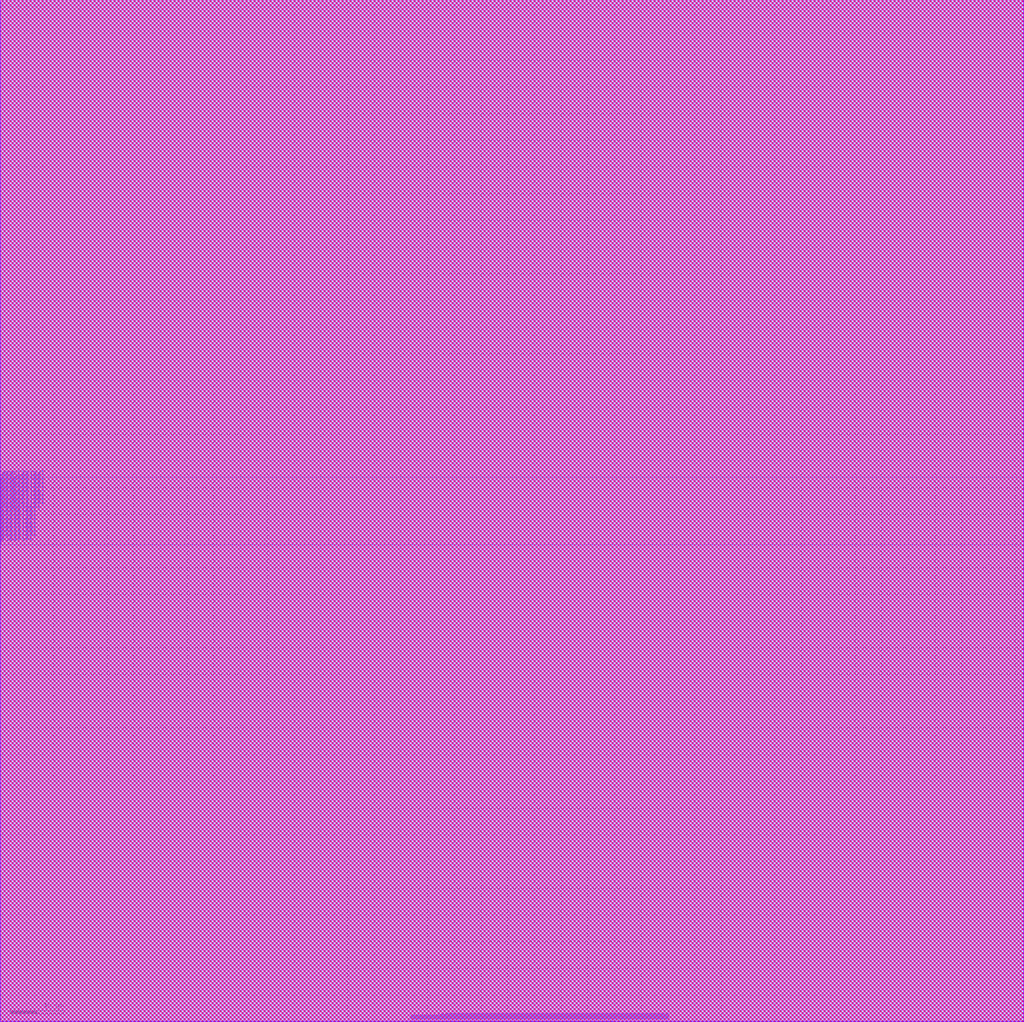
<source format=lef>
##
## LEF for PtnCells ;
## created by Innovus v19.17-s077_1 on Sun Mar 19 01:54:55 2023
##

VERSION 5.8 ;

BUSBITCHARS "[]" ;
DIVIDERCHAR "/" ;

MACRO fullchip
  CLASS BLOCK ;
  SIZE 766.400000 BY 765.200000 ;
  FOREIGN fullchip 0.000000 0.000000 ;
  ORIGIN 0 0 ;
  SYMMETRY X Y R90 ;
  PIN clk1
    DIRECTION INPUT ;
    USE SIGNAL ;
    PORT
      LAYER M3 ;
        RECT 0.000000 357.300000 0.600000 357.500000 ;
    END
  END clk1
  PIN clk2
    DIRECTION INPUT ;
    USE SIGNAL ;
    PORT
      LAYER M3 ;
        RECT 0.000000 357.700000 0.600000 357.900000 ;
    END
  END clk2
  PIN mem_in1[31]
    DIRECTION INPUT ;
    USE SIGNAL ;
    PORT
      LAYER M3 ;
        RECT 0.000000 393.700000 0.600000 393.900000 ;
    END
  END mem_in1[31]
  PIN mem_in1[30]
    DIRECTION INPUT ;
    USE SIGNAL ;
    PORT
      LAYER M3 ;
        RECT 0.000000 393.300000 0.600000 393.500000 ;
    END
  END mem_in1[30]
  PIN mem_in1[29]
    DIRECTION INPUT ;
    USE SIGNAL ;
    PORT
      LAYER M3 ;
        RECT 0.000000 392.900000 0.600000 393.100000 ;
    END
  END mem_in1[29]
  PIN mem_in1[28]
    DIRECTION INPUT ;
    USE SIGNAL ;
    PORT
      LAYER M3 ;
        RECT 0.000000 392.500000 0.600000 392.700000 ;
    END
  END mem_in1[28]
  PIN mem_in1[27]
    DIRECTION INPUT ;
    USE SIGNAL ;
    PORT
      LAYER M3 ;
        RECT 0.000000 392.100000 0.600000 392.300000 ;
    END
  END mem_in1[27]
  PIN mem_in1[26]
    DIRECTION INPUT ;
    USE SIGNAL ;
    PORT
      LAYER M3 ;
        RECT 0.000000 391.700000 0.600000 391.900000 ;
    END
  END mem_in1[26]
  PIN mem_in1[25]
    DIRECTION INPUT ;
    USE SIGNAL ;
    PORT
      LAYER M3 ;
        RECT 0.000000 391.300000 0.600000 391.500000 ;
    END
  END mem_in1[25]
  PIN mem_in1[24]
    DIRECTION INPUT ;
    USE SIGNAL ;
    PORT
      LAYER M3 ;
        RECT 0.000000 390.900000 0.600000 391.100000 ;
    END
  END mem_in1[24]
  PIN mem_in1[23]
    DIRECTION INPUT ;
    USE SIGNAL ;
    PORT
      LAYER M3 ;
        RECT 0.000000 390.500000 0.600000 390.700000 ;
    END
  END mem_in1[23]
  PIN mem_in1[22]
    DIRECTION INPUT ;
    USE SIGNAL ;
    PORT
      LAYER M3 ;
        RECT 0.000000 390.100000 0.600000 390.300000 ;
    END
  END mem_in1[22]
  PIN mem_in1[21]
    DIRECTION INPUT ;
    USE SIGNAL ;
    PORT
      LAYER M3 ;
        RECT 0.000000 389.700000 0.600000 389.900000 ;
    END
  END mem_in1[21]
  PIN mem_in1[20]
    DIRECTION INPUT ;
    USE SIGNAL ;
    PORT
      LAYER M3 ;
        RECT 0.000000 389.300000 0.600000 389.500000 ;
    END
  END mem_in1[20]
  PIN mem_in1[19]
    DIRECTION INPUT ;
    USE SIGNAL ;
    PORT
      LAYER M3 ;
        RECT 0.000000 388.900000 0.600000 389.100000 ;
    END
  END mem_in1[19]
  PIN mem_in1[18]
    DIRECTION INPUT ;
    USE SIGNAL ;
    PORT
      LAYER M3 ;
        RECT 0.000000 388.500000 0.600000 388.700000 ;
    END
  END mem_in1[18]
  PIN mem_in1[17]
    DIRECTION INPUT ;
    USE SIGNAL ;
    PORT
      LAYER M3 ;
        RECT 0.000000 388.100000 0.600000 388.300000 ;
    END
  END mem_in1[17]
  PIN mem_in1[16]
    DIRECTION INPUT ;
    USE SIGNAL ;
    PORT
      LAYER M3 ;
        RECT 0.000000 387.700000 0.600000 387.900000 ;
    END
  END mem_in1[16]
  PIN mem_in1[15]
    DIRECTION INPUT ;
    USE SIGNAL ;
    PORT
      LAYER M3 ;
        RECT 0.000000 387.300000 0.600000 387.500000 ;
    END
  END mem_in1[15]
  PIN mem_in1[14]
    DIRECTION INPUT ;
    USE SIGNAL ;
    PORT
      LAYER M3 ;
        RECT 0.000000 386.900000 0.600000 387.100000 ;
    END
  END mem_in1[14]
  PIN mem_in1[13]
    DIRECTION INPUT ;
    USE SIGNAL ;
    PORT
      LAYER M3 ;
        RECT 0.000000 386.500000 0.600000 386.700000 ;
    END
  END mem_in1[13]
  PIN mem_in1[12]
    DIRECTION INPUT ;
    USE SIGNAL ;
    PORT
      LAYER M3 ;
        RECT 0.000000 386.100000 0.600000 386.300000 ;
    END
  END mem_in1[12]
  PIN mem_in1[11]
    DIRECTION INPUT ;
    USE SIGNAL ;
    PORT
      LAYER M3 ;
        RECT 0.000000 385.700000 0.600000 385.900000 ;
    END
  END mem_in1[11]
  PIN mem_in1[10]
    DIRECTION INPUT ;
    USE SIGNAL ;
    PORT
      LAYER M3 ;
        RECT 0.000000 385.300000 0.600000 385.500000 ;
    END
  END mem_in1[10]
  PIN mem_in1[9]
    DIRECTION INPUT ;
    USE SIGNAL ;
    PORT
      LAYER M3 ;
        RECT 0.000000 384.900000 0.600000 385.100000 ;
    END
  END mem_in1[9]
  PIN mem_in1[8]
    DIRECTION INPUT ;
    USE SIGNAL ;
    PORT
      LAYER M3 ;
        RECT 0.000000 384.500000 0.600000 384.700000 ;
    END
  END mem_in1[8]
  PIN mem_in1[7]
    DIRECTION INPUT ;
    USE SIGNAL ;
    PORT
      LAYER M3 ;
        RECT 0.000000 384.100000 0.600000 384.300000 ;
    END
  END mem_in1[7]
  PIN mem_in1[6]
    DIRECTION INPUT ;
    USE SIGNAL ;
    PORT
      LAYER M3 ;
        RECT 0.000000 383.700000 0.600000 383.900000 ;
    END
  END mem_in1[6]
  PIN mem_in1[5]
    DIRECTION INPUT ;
    USE SIGNAL ;
    PORT
      LAYER M3 ;
        RECT 0.000000 383.300000 0.600000 383.500000 ;
    END
  END mem_in1[5]
  PIN mem_in1[4]
    DIRECTION INPUT ;
    USE SIGNAL ;
    PORT
      LAYER M3 ;
        RECT 0.000000 382.900000 0.600000 383.100000 ;
    END
  END mem_in1[4]
  PIN mem_in1[3]
    DIRECTION INPUT ;
    USE SIGNAL ;
    PORT
      LAYER M3 ;
        RECT 0.000000 382.500000 0.600000 382.700000 ;
    END
  END mem_in1[3]
  PIN mem_in1[2]
    DIRECTION INPUT ;
    USE SIGNAL ;
    PORT
      LAYER M3 ;
        RECT 0.000000 382.100000 0.600000 382.300000 ;
    END
  END mem_in1[2]
  PIN mem_in1[1]
    DIRECTION INPUT ;
    USE SIGNAL ;
    PORT
      LAYER M3 ;
        RECT 0.000000 381.700000 0.600000 381.900000 ;
    END
  END mem_in1[1]
  PIN mem_in1[0]
    DIRECTION INPUT ;
    USE SIGNAL ;
    PORT
      LAYER M3 ;
        RECT 0.000000 381.300000 0.600000 381.500000 ;
    END
  END mem_in1[0]
  PIN inst1[38]
    DIRECTION INPUT ;
    USE SIGNAL ;
  END inst1[38]
  PIN inst1[37]
    DIRECTION INPUT ;
    USE SIGNAL ;
  END inst1[37]
  PIN inst1[36]
    DIRECTION INPUT ;
    USE SIGNAL ;
  END inst1[36]
  PIN inst1[35]
    DIRECTION INPUT ;
    USE SIGNAL ;
  END inst1[35]
  PIN inst1[34]
    DIRECTION INPUT ;
    USE SIGNAL ;
  END inst1[34]
  PIN inst1[33]
    DIRECTION INPUT ;
    USE SIGNAL ;
  END inst1[33]
  PIN inst1[32]
    DIRECTION INPUT ;
    USE SIGNAL ;
  END inst1[32]
  PIN inst1[31]
    DIRECTION INPUT ;
    USE SIGNAL ;
  END inst1[31]
  PIN inst1[30]
    DIRECTION INPUT ;
    USE SIGNAL ;
  END inst1[30]
  PIN inst1[29]
    DIRECTION INPUT ;
    USE SIGNAL ;
  END inst1[29]
  PIN inst1[28]
    DIRECTION INPUT ;
    USE SIGNAL ;
    PORT
      LAYER M3 ;
        RECT 0.000000 369.300000 0.600000 369.500000 ;
    END
  END inst1[28]
  PIN inst1[27]
    DIRECTION INPUT ;
    USE SIGNAL ;
    PORT
      LAYER M3 ;
        RECT 0.000000 368.900000 0.600000 369.100000 ;
    END
  END inst1[27]
  PIN inst1[26]
    DIRECTION INPUT ;
    USE SIGNAL ;
    PORT
      LAYER M3 ;
        RECT 0.000000 368.500000 0.600000 368.700000 ;
    END
  END inst1[26]
  PIN inst1[25]
    DIRECTION INPUT ;
    USE SIGNAL ;
    PORT
      LAYER M3 ;
        RECT 0.000000 368.100000 0.600000 368.300000 ;
    END
  END inst1[25]
  PIN inst1[24]
    DIRECTION INPUT ;
    USE SIGNAL ;
    PORT
      LAYER M3 ;
        RECT 0.000000 367.700000 0.600000 367.900000 ;
    END
  END inst1[24]
  PIN inst1[23]
    DIRECTION INPUT ;
    USE SIGNAL ;
    PORT
      LAYER M3 ;
        RECT 0.000000 367.300000 0.600000 367.500000 ;
    END
  END inst1[23]
  PIN inst1[22]
    DIRECTION INPUT ;
    USE SIGNAL ;
    PORT
      LAYER M3 ;
        RECT 0.000000 366.900000 0.600000 367.100000 ;
    END
  END inst1[22]
  PIN inst1[21]
    DIRECTION INPUT ;
    USE SIGNAL ;
    PORT
      LAYER M3 ;
        RECT 0.000000 366.500000 0.600000 366.700000 ;
    END
  END inst1[21]
  PIN inst1[20]
    DIRECTION INPUT ;
    USE SIGNAL ;
    PORT
      LAYER M3 ;
        RECT 0.000000 366.100000 0.600000 366.300000 ;
    END
  END inst1[20]
  PIN inst1[19]
    DIRECTION INPUT ;
    USE SIGNAL ;
    PORT
      LAYER M3 ;
        RECT 0.000000 365.700000 0.600000 365.900000 ;
    END
  END inst1[19]
  PIN inst1[18]
    DIRECTION INPUT ;
    USE SIGNAL ;
    PORT
      LAYER M3 ;
        RECT 0.000000 365.300000 0.600000 365.500000 ;
    END
  END inst1[18]
  PIN inst1[17]
    DIRECTION INPUT ;
    USE SIGNAL ;
    PORT
      LAYER M3 ;
        RECT 0.000000 364.900000 0.600000 365.100000 ;
    END
  END inst1[17]
  PIN inst1[16]
    DIRECTION INPUT ;
    USE SIGNAL ;
    PORT
      LAYER M3 ;
        RECT 0.000000 364.500000 0.600000 364.700000 ;
    END
  END inst1[16]
  PIN inst1[15]
    DIRECTION INPUT ;
    USE SIGNAL ;
    PORT
      LAYER M3 ;
        RECT 0.000000 364.100000 0.600000 364.300000 ;
    END
  END inst1[15]
  PIN inst1[14]
    DIRECTION INPUT ;
    USE SIGNAL ;
    PORT
      LAYER M3 ;
        RECT 0.000000 363.700000 0.600000 363.900000 ;
    END
  END inst1[14]
  PIN inst1[13]
    DIRECTION INPUT ;
    USE SIGNAL ;
    PORT
      LAYER M3 ;
        RECT 0.000000 363.300000 0.600000 363.500000 ;
    END
  END inst1[13]
  PIN inst1[12]
    DIRECTION INPUT ;
    USE SIGNAL ;
    PORT
      LAYER M3 ;
        RECT 0.000000 362.900000 0.600000 363.100000 ;
    END
  END inst1[12]
  PIN inst1[11]
    DIRECTION INPUT ;
    USE SIGNAL ;
    PORT
      LAYER M3 ;
        RECT 0.000000 362.500000 0.600000 362.700000 ;
    END
  END inst1[11]
  PIN inst1[10]
    DIRECTION INPUT ;
    USE SIGNAL ;
    PORT
      LAYER M3 ;
        RECT 0.000000 362.100000 0.600000 362.300000 ;
    END
  END inst1[10]
  PIN inst1[9]
    DIRECTION INPUT ;
    USE SIGNAL ;
    PORT
      LAYER M3 ;
        RECT 0.000000 361.700000 0.600000 361.900000 ;
    END
  END inst1[9]
  PIN inst1[8]
    DIRECTION INPUT ;
    USE SIGNAL ;
    PORT
      LAYER M3 ;
        RECT 0.000000 361.300000 0.600000 361.500000 ;
    END
  END inst1[8]
  PIN inst1[7]
    DIRECTION INPUT ;
    USE SIGNAL ;
    PORT
      LAYER M3 ;
        RECT 0.000000 360.900000 0.600000 361.100000 ;
    END
  END inst1[7]
  PIN inst1[6]
    DIRECTION INPUT ;
    USE SIGNAL ;
    PORT
      LAYER M3 ;
        RECT 0.000000 360.500000 0.600000 360.700000 ;
    END
  END inst1[6]
  PIN inst1[5]
    DIRECTION INPUT ;
    USE SIGNAL ;
    PORT
      LAYER M3 ;
        RECT 0.000000 360.100000 0.600000 360.300000 ;
    END
  END inst1[5]
  PIN inst1[4]
    DIRECTION INPUT ;
    USE SIGNAL ;
    PORT
      LAYER M3 ;
        RECT 0.000000 359.700000 0.600000 359.900000 ;
    END
  END inst1[4]
  PIN inst1[3]
    DIRECTION INPUT ;
    USE SIGNAL ;
    PORT
      LAYER M3 ;
        RECT 0.000000 359.300000 0.600000 359.500000 ;
    END
  END inst1[3]
  PIN inst1[2]
    DIRECTION INPUT ;
    USE SIGNAL ;
    PORT
      LAYER M3 ;
        RECT 0.000000 358.900000 0.600000 359.100000 ;
    END
  END inst1[2]
  PIN inst1[1]
    DIRECTION INPUT ;
    USE SIGNAL ;
    PORT
      LAYER M3 ;
        RECT 0.000000 358.500000 0.600000 358.700000 ;
    END
  END inst1[1]
  PIN inst1[0]
    DIRECTION INPUT ;
    USE SIGNAL ;
    PORT
      LAYER M3 ;
        RECT 0.000000 358.100000 0.600000 358.300000 ;
    END
  END inst1[0]
  PIN reset1
    DIRECTION INPUT ;
    USE SIGNAL ;
    PORT
      LAYER M3 ;
        RECT 0.000000 406.900000 0.600000 407.100000 ;
    END
  END reset1
  PIN pmem_out1[191]
    DIRECTION OUTPUT ;
    USE SIGNAL ;
    PORT
      LAYER M2 ;
        RECT 382.800000 0.000000 383.000000 0.600000 ;
    END
  END pmem_out1[191]
  PIN pmem_out1[190]
    DIRECTION OUTPUT ;
    USE SIGNAL ;
    PORT
      LAYER M2 ;
        RECT 382.400000 0.000000 382.600000 0.600000 ;
    END
  END pmem_out1[190]
  PIN pmem_out1[189]
    DIRECTION OUTPUT ;
    USE SIGNAL ;
    PORT
      LAYER M2 ;
        RECT 382.000000 0.000000 382.200000 0.600000 ;
    END
  END pmem_out1[189]
  PIN pmem_out1[188]
    DIRECTION OUTPUT ;
    USE SIGNAL ;
    PORT
      LAYER M2 ;
        RECT 381.600000 0.000000 381.800000 0.600000 ;
    END
  END pmem_out1[188]
  PIN pmem_out1[187]
    DIRECTION OUTPUT ;
    USE SIGNAL ;
    PORT
      LAYER M2 ;
        RECT 381.200000 0.000000 381.400000 0.600000 ;
    END
  END pmem_out1[187]
  PIN pmem_out1[186]
    DIRECTION OUTPUT ;
    USE SIGNAL ;
    PORT
      LAYER M2 ;
        RECT 380.800000 0.000000 381.000000 0.600000 ;
    END
  END pmem_out1[186]
  PIN pmem_out1[185]
    DIRECTION OUTPUT ;
    USE SIGNAL ;
    PORT
      LAYER M2 ;
        RECT 380.400000 0.000000 380.600000 0.600000 ;
    END
  END pmem_out1[185]
  PIN pmem_out1[184]
    DIRECTION OUTPUT ;
    USE SIGNAL ;
    PORT
      LAYER M2 ;
        RECT 380.000000 0.000000 380.200000 0.600000 ;
    END
  END pmem_out1[184]
  PIN pmem_out1[183]
    DIRECTION OUTPUT ;
    USE SIGNAL ;
    PORT
      LAYER M2 ;
        RECT 379.600000 0.000000 379.800000 0.600000 ;
    END
  END pmem_out1[183]
  PIN pmem_out1[182]
    DIRECTION OUTPUT ;
    USE SIGNAL ;
    PORT
      LAYER M2 ;
        RECT 379.200000 0.000000 379.400000 0.600000 ;
    END
  END pmem_out1[182]
  PIN pmem_out1[181]
    DIRECTION OUTPUT ;
    USE SIGNAL ;
    PORT
      LAYER M2 ;
        RECT 378.800000 0.000000 379.000000 0.600000 ;
    END
  END pmem_out1[181]
  PIN pmem_out1[180]
    DIRECTION OUTPUT ;
    USE SIGNAL ;
    PORT
      LAYER M2 ;
        RECT 378.400000 0.000000 378.600000 0.600000 ;
    END
  END pmem_out1[180]
  PIN pmem_out1[179]
    DIRECTION OUTPUT ;
    USE SIGNAL ;
    PORT
      LAYER M2 ;
        RECT 378.000000 0.000000 378.200000 0.600000 ;
    END
  END pmem_out1[179]
  PIN pmem_out1[178]
    DIRECTION OUTPUT ;
    USE SIGNAL ;
    PORT
      LAYER M2 ;
        RECT 377.600000 0.000000 377.800000 0.600000 ;
    END
  END pmem_out1[178]
  PIN pmem_out1[177]
    DIRECTION OUTPUT ;
    USE SIGNAL ;
    PORT
      LAYER M2 ;
        RECT 377.200000 0.000000 377.400000 0.600000 ;
    END
  END pmem_out1[177]
  PIN pmem_out1[176]
    DIRECTION OUTPUT ;
    USE SIGNAL ;
    PORT
      LAYER M2 ;
        RECT 376.800000 0.000000 377.000000 0.600000 ;
    END
  END pmem_out1[176]
  PIN pmem_out1[175]
    DIRECTION OUTPUT ;
    USE SIGNAL ;
    PORT
      LAYER M2 ;
        RECT 376.400000 0.000000 376.600000 0.600000 ;
    END
  END pmem_out1[175]
  PIN pmem_out1[174]
    DIRECTION OUTPUT ;
    USE SIGNAL ;
    PORT
      LAYER M2 ;
        RECT 376.000000 0.000000 376.200000 0.600000 ;
    END
  END pmem_out1[174]
  PIN pmem_out1[173]
    DIRECTION OUTPUT ;
    USE SIGNAL ;
    PORT
      LAYER M2 ;
        RECT 375.600000 0.000000 375.800000 0.600000 ;
    END
  END pmem_out1[173]
  PIN pmem_out1[172]
    DIRECTION OUTPUT ;
    USE SIGNAL ;
    PORT
      LAYER M2 ;
        RECT 375.200000 0.000000 375.400000 0.600000 ;
    END
  END pmem_out1[172]
  PIN pmem_out1[171]
    DIRECTION OUTPUT ;
    USE SIGNAL ;
    PORT
      LAYER M2 ;
        RECT 374.800000 0.000000 375.000000 0.600000 ;
    END
  END pmem_out1[171]
  PIN pmem_out1[170]
    DIRECTION OUTPUT ;
    USE SIGNAL ;
    PORT
      LAYER M2 ;
        RECT 374.400000 0.000000 374.600000 0.600000 ;
    END
  END pmem_out1[170]
  PIN pmem_out1[169]
    DIRECTION OUTPUT ;
    USE SIGNAL ;
    PORT
      LAYER M2 ;
        RECT 374.000000 0.000000 374.200000 0.600000 ;
    END
  END pmem_out1[169]
  PIN pmem_out1[168]
    DIRECTION OUTPUT ;
    USE SIGNAL ;
    PORT
      LAYER M2 ;
        RECT 373.600000 0.000000 373.800000 0.600000 ;
    END
  END pmem_out1[168]
  PIN pmem_out1[167]
    DIRECTION OUTPUT ;
    USE SIGNAL ;
    PORT
      LAYER M2 ;
        RECT 373.200000 0.000000 373.400000 0.600000 ;
    END
  END pmem_out1[167]
  PIN pmem_out1[166]
    DIRECTION OUTPUT ;
    USE SIGNAL ;
    PORT
      LAYER M2 ;
        RECT 372.800000 0.000000 373.000000 0.600000 ;
    END
  END pmem_out1[166]
  PIN pmem_out1[165]
    DIRECTION OUTPUT ;
    USE SIGNAL ;
    PORT
      LAYER M2 ;
        RECT 372.400000 0.000000 372.600000 0.600000 ;
    END
  END pmem_out1[165]
  PIN pmem_out1[164]
    DIRECTION OUTPUT ;
    USE SIGNAL ;
    PORT
      LAYER M2 ;
        RECT 372.000000 0.000000 372.200000 0.600000 ;
    END
  END pmem_out1[164]
  PIN pmem_out1[163]
    DIRECTION OUTPUT ;
    USE SIGNAL ;
    PORT
      LAYER M2 ;
        RECT 371.600000 0.000000 371.800000 0.600000 ;
    END
  END pmem_out1[163]
  PIN pmem_out1[162]
    DIRECTION OUTPUT ;
    USE SIGNAL ;
    PORT
      LAYER M2 ;
        RECT 371.200000 0.000000 371.400000 0.600000 ;
    END
  END pmem_out1[162]
  PIN pmem_out1[161]
    DIRECTION OUTPUT ;
    USE SIGNAL ;
    PORT
      LAYER M2 ;
        RECT 370.800000 0.000000 371.000000 0.600000 ;
    END
  END pmem_out1[161]
  PIN pmem_out1[160]
    DIRECTION OUTPUT ;
    USE SIGNAL ;
    PORT
      LAYER M2 ;
        RECT 370.400000 0.000000 370.600000 0.600000 ;
    END
  END pmem_out1[160]
  PIN pmem_out1[159]
    DIRECTION OUTPUT ;
    USE SIGNAL ;
    PORT
      LAYER M2 ;
        RECT 370.000000 0.000000 370.200000 0.600000 ;
    END
  END pmem_out1[159]
  PIN pmem_out1[158]
    DIRECTION OUTPUT ;
    USE SIGNAL ;
    PORT
      LAYER M2 ;
        RECT 369.600000 0.000000 369.800000 0.600000 ;
    END
  END pmem_out1[158]
  PIN pmem_out1[157]
    DIRECTION OUTPUT ;
    USE SIGNAL ;
    PORT
      LAYER M2 ;
        RECT 369.200000 0.000000 369.400000 0.600000 ;
    END
  END pmem_out1[157]
  PIN pmem_out1[156]
    DIRECTION OUTPUT ;
    USE SIGNAL ;
    PORT
      LAYER M2 ;
        RECT 368.800000 0.000000 369.000000 0.600000 ;
    END
  END pmem_out1[156]
  PIN pmem_out1[155]
    DIRECTION OUTPUT ;
    USE SIGNAL ;
    PORT
      LAYER M2 ;
        RECT 368.400000 0.000000 368.600000 0.600000 ;
    END
  END pmem_out1[155]
  PIN pmem_out1[154]
    DIRECTION OUTPUT ;
    USE SIGNAL ;
    PORT
      LAYER M2 ;
        RECT 368.000000 0.000000 368.200000 0.600000 ;
    END
  END pmem_out1[154]
  PIN pmem_out1[153]
    DIRECTION OUTPUT ;
    USE SIGNAL ;
    PORT
      LAYER M2 ;
        RECT 367.600000 0.000000 367.800000 0.600000 ;
    END
  END pmem_out1[153]
  PIN pmem_out1[152]
    DIRECTION OUTPUT ;
    USE SIGNAL ;
    PORT
      LAYER M2 ;
        RECT 367.200000 0.000000 367.400000 0.600000 ;
    END
  END pmem_out1[152]
  PIN pmem_out1[151]
    DIRECTION OUTPUT ;
    USE SIGNAL ;
    PORT
      LAYER M2 ;
        RECT 366.800000 0.000000 367.000000 0.600000 ;
    END
  END pmem_out1[151]
  PIN pmem_out1[150]
    DIRECTION OUTPUT ;
    USE SIGNAL ;
    PORT
      LAYER M2 ;
        RECT 366.400000 0.000000 366.600000 0.600000 ;
    END
  END pmem_out1[150]
  PIN pmem_out1[149]
    DIRECTION OUTPUT ;
    USE SIGNAL ;
    PORT
      LAYER M2 ;
        RECT 366.000000 0.000000 366.200000 0.600000 ;
    END
  END pmem_out1[149]
  PIN pmem_out1[148]
    DIRECTION OUTPUT ;
    USE SIGNAL ;
    PORT
      LAYER M2 ;
        RECT 365.600000 0.000000 365.800000 0.600000 ;
    END
  END pmem_out1[148]
  PIN pmem_out1[147]
    DIRECTION OUTPUT ;
    USE SIGNAL ;
    PORT
      LAYER M2 ;
        RECT 365.200000 0.000000 365.400000 0.600000 ;
    END
  END pmem_out1[147]
  PIN pmem_out1[146]
    DIRECTION OUTPUT ;
    USE SIGNAL ;
    PORT
      LAYER M2 ;
        RECT 364.800000 0.000000 365.000000 0.600000 ;
    END
  END pmem_out1[146]
  PIN pmem_out1[145]
    DIRECTION OUTPUT ;
    USE SIGNAL ;
    PORT
      LAYER M2 ;
        RECT 364.400000 0.000000 364.600000 0.600000 ;
    END
  END pmem_out1[145]
  PIN pmem_out1[144]
    DIRECTION OUTPUT ;
    USE SIGNAL ;
    PORT
      LAYER M2 ;
        RECT 364.000000 0.000000 364.200000 0.600000 ;
    END
  END pmem_out1[144]
  PIN pmem_out1[143]
    DIRECTION OUTPUT ;
    USE SIGNAL ;
    PORT
      LAYER M2 ;
        RECT 363.600000 0.000000 363.800000 0.600000 ;
    END
  END pmem_out1[143]
  PIN pmem_out1[142]
    DIRECTION OUTPUT ;
    USE SIGNAL ;
    PORT
      LAYER M2 ;
        RECT 363.200000 0.000000 363.400000 0.600000 ;
    END
  END pmem_out1[142]
  PIN pmem_out1[141]
    DIRECTION OUTPUT ;
    USE SIGNAL ;
    PORT
      LAYER M2 ;
        RECT 362.800000 0.000000 363.000000 0.600000 ;
    END
  END pmem_out1[141]
  PIN pmem_out1[140]
    DIRECTION OUTPUT ;
    USE SIGNAL ;
    PORT
      LAYER M2 ;
        RECT 362.400000 0.000000 362.600000 0.600000 ;
    END
  END pmem_out1[140]
  PIN pmem_out1[139]
    DIRECTION OUTPUT ;
    USE SIGNAL ;
    PORT
      LAYER M2 ;
        RECT 362.000000 0.000000 362.200000 0.600000 ;
    END
  END pmem_out1[139]
  PIN pmem_out1[138]
    DIRECTION OUTPUT ;
    USE SIGNAL ;
    PORT
      LAYER M2 ;
        RECT 361.600000 0.000000 361.800000 0.600000 ;
    END
  END pmem_out1[138]
  PIN pmem_out1[137]
    DIRECTION OUTPUT ;
    USE SIGNAL ;
    PORT
      LAYER M2 ;
        RECT 361.200000 0.000000 361.400000 0.600000 ;
    END
  END pmem_out1[137]
  PIN pmem_out1[136]
    DIRECTION OUTPUT ;
    USE SIGNAL ;
    PORT
      LAYER M2 ;
        RECT 360.800000 0.000000 361.000000 0.600000 ;
    END
  END pmem_out1[136]
  PIN pmem_out1[135]
    DIRECTION OUTPUT ;
    USE SIGNAL ;
    PORT
      LAYER M2 ;
        RECT 360.400000 0.000000 360.600000 0.600000 ;
    END
  END pmem_out1[135]
  PIN pmem_out1[134]
    DIRECTION OUTPUT ;
    USE SIGNAL ;
    PORT
      LAYER M2 ;
        RECT 360.000000 0.000000 360.200000 0.600000 ;
    END
  END pmem_out1[134]
  PIN pmem_out1[133]
    DIRECTION OUTPUT ;
    USE SIGNAL ;
    PORT
      LAYER M2 ;
        RECT 359.600000 0.000000 359.800000 0.600000 ;
    END
  END pmem_out1[133]
  PIN pmem_out1[132]
    DIRECTION OUTPUT ;
    USE SIGNAL ;
    PORT
      LAYER M2 ;
        RECT 359.200000 0.000000 359.400000 0.600000 ;
    END
  END pmem_out1[132]
  PIN pmem_out1[131]
    DIRECTION OUTPUT ;
    USE SIGNAL ;
    PORT
      LAYER M2 ;
        RECT 358.800000 0.000000 359.000000 0.600000 ;
    END
  END pmem_out1[131]
  PIN pmem_out1[130]
    DIRECTION OUTPUT ;
    USE SIGNAL ;
    PORT
      LAYER M2 ;
        RECT 358.400000 0.000000 358.600000 0.600000 ;
    END
  END pmem_out1[130]
  PIN pmem_out1[129]
    DIRECTION OUTPUT ;
    USE SIGNAL ;
    PORT
      LAYER M2 ;
        RECT 358.000000 0.000000 358.200000 0.600000 ;
    END
  END pmem_out1[129]
  PIN pmem_out1[128]
    DIRECTION OUTPUT ;
    USE SIGNAL ;
    PORT
      LAYER M2 ;
        RECT 357.600000 0.000000 357.800000 0.600000 ;
    END
  END pmem_out1[128]
  PIN pmem_out1[127]
    DIRECTION OUTPUT ;
    USE SIGNAL ;
    PORT
      LAYER M2 ;
        RECT 357.200000 0.000000 357.400000 0.600000 ;
    END
  END pmem_out1[127]
  PIN pmem_out1[126]
    DIRECTION OUTPUT ;
    USE SIGNAL ;
    PORT
      LAYER M2 ;
        RECT 356.800000 0.000000 357.000000 0.600000 ;
    END
  END pmem_out1[126]
  PIN pmem_out1[125]
    DIRECTION OUTPUT ;
    USE SIGNAL ;
    PORT
      LAYER M2 ;
        RECT 356.400000 0.000000 356.600000 0.600000 ;
    END
  END pmem_out1[125]
  PIN pmem_out1[124]
    DIRECTION OUTPUT ;
    USE SIGNAL ;
    PORT
      LAYER M2 ;
        RECT 356.000000 0.000000 356.200000 0.600000 ;
    END
  END pmem_out1[124]
  PIN pmem_out1[123]
    DIRECTION OUTPUT ;
    USE SIGNAL ;
    PORT
      LAYER M2 ;
        RECT 355.600000 0.000000 355.800000 0.600000 ;
    END
  END pmem_out1[123]
  PIN pmem_out1[122]
    DIRECTION OUTPUT ;
    USE SIGNAL ;
    PORT
      LAYER M2 ;
        RECT 355.200000 0.000000 355.400000 0.600000 ;
    END
  END pmem_out1[122]
  PIN pmem_out1[121]
    DIRECTION OUTPUT ;
    USE SIGNAL ;
    PORT
      LAYER M2 ;
        RECT 354.800000 0.000000 355.000000 0.600000 ;
    END
  END pmem_out1[121]
  PIN pmem_out1[120]
    DIRECTION OUTPUT ;
    USE SIGNAL ;
    PORT
      LAYER M2 ;
        RECT 354.400000 0.000000 354.600000 0.600000 ;
    END
  END pmem_out1[120]
  PIN pmem_out1[119]
    DIRECTION OUTPUT ;
    USE SIGNAL ;
    PORT
      LAYER M2 ;
        RECT 354.000000 0.000000 354.200000 0.600000 ;
    END
  END pmem_out1[119]
  PIN pmem_out1[118]
    DIRECTION OUTPUT ;
    USE SIGNAL ;
    PORT
      LAYER M2 ;
        RECT 353.600000 0.000000 353.800000 0.600000 ;
    END
  END pmem_out1[118]
  PIN pmem_out1[117]
    DIRECTION OUTPUT ;
    USE SIGNAL ;
    PORT
      LAYER M2 ;
        RECT 353.200000 0.000000 353.400000 0.600000 ;
    END
  END pmem_out1[117]
  PIN pmem_out1[116]
    DIRECTION OUTPUT ;
    USE SIGNAL ;
    PORT
      LAYER M2 ;
        RECT 352.800000 0.000000 353.000000 0.600000 ;
    END
  END pmem_out1[116]
  PIN pmem_out1[115]
    DIRECTION OUTPUT ;
    USE SIGNAL ;
    PORT
      LAYER M2 ;
        RECT 352.400000 0.000000 352.600000 0.600000 ;
    END
  END pmem_out1[115]
  PIN pmem_out1[114]
    DIRECTION OUTPUT ;
    USE SIGNAL ;
    PORT
      LAYER M2 ;
        RECT 352.000000 0.000000 352.200000 0.600000 ;
    END
  END pmem_out1[114]
  PIN pmem_out1[113]
    DIRECTION OUTPUT ;
    USE SIGNAL ;
    PORT
      LAYER M2 ;
        RECT 351.600000 0.000000 351.800000 0.600000 ;
    END
  END pmem_out1[113]
  PIN pmem_out1[112]
    DIRECTION OUTPUT ;
    USE SIGNAL ;
    PORT
      LAYER M2 ;
        RECT 351.200000 0.000000 351.400000 0.600000 ;
    END
  END pmem_out1[112]
  PIN pmem_out1[111]
    DIRECTION OUTPUT ;
    USE SIGNAL ;
    PORT
      LAYER M2 ;
        RECT 350.800000 0.000000 351.000000 0.600000 ;
    END
  END pmem_out1[111]
  PIN pmem_out1[110]
    DIRECTION OUTPUT ;
    USE SIGNAL ;
    PORT
      LAYER M2 ;
        RECT 350.400000 0.000000 350.600000 0.600000 ;
    END
  END pmem_out1[110]
  PIN pmem_out1[109]
    DIRECTION OUTPUT ;
    USE SIGNAL ;
    PORT
      LAYER M2 ;
        RECT 350.000000 0.000000 350.200000 0.600000 ;
    END
  END pmem_out1[109]
  PIN pmem_out1[108]
    DIRECTION OUTPUT ;
    USE SIGNAL ;
    PORT
      LAYER M2 ;
        RECT 349.600000 0.000000 349.800000 0.600000 ;
    END
  END pmem_out1[108]
  PIN pmem_out1[107]
    DIRECTION OUTPUT ;
    USE SIGNAL ;
    PORT
      LAYER M2 ;
        RECT 349.200000 0.000000 349.400000 0.600000 ;
    END
  END pmem_out1[107]
  PIN pmem_out1[106]
    DIRECTION OUTPUT ;
    USE SIGNAL ;
    PORT
      LAYER M2 ;
        RECT 348.800000 0.000000 349.000000 0.600000 ;
    END
  END pmem_out1[106]
  PIN pmem_out1[105]
    DIRECTION OUTPUT ;
    USE SIGNAL ;
    PORT
      LAYER M2 ;
        RECT 348.400000 0.000000 348.600000 0.600000 ;
    END
  END pmem_out1[105]
  PIN pmem_out1[104]
    DIRECTION OUTPUT ;
    USE SIGNAL ;
    PORT
      LAYER M2 ;
        RECT 348.000000 0.000000 348.200000 0.600000 ;
    END
  END pmem_out1[104]
  PIN pmem_out1[103]
    DIRECTION OUTPUT ;
    USE SIGNAL ;
    PORT
      LAYER M2 ;
        RECT 347.600000 0.000000 347.800000 0.600000 ;
    END
  END pmem_out1[103]
  PIN pmem_out1[102]
    DIRECTION OUTPUT ;
    USE SIGNAL ;
    PORT
      LAYER M2 ;
        RECT 347.200000 0.000000 347.400000 0.600000 ;
    END
  END pmem_out1[102]
  PIN pmem_out1[101]
    DIRECTION OUTPUT ;
    USE SIGNAL ;
    PORT
      LAYER M2 ;
        RECT 346.800000 0.000000 347.000000 0.600000 ;
    END
  END pmem_out1[101]
  PIN pmem_out1[100]
    DIRECTION OUTPUT ;
    USE SIGNAL ;
    PORT
      LAYER M2 ;
        RECT 346.400000 0.000000 346.600000 0.600000 ;
    END
  END pmem_out1[100]
  PIN pmem_out1[99]
    DIRECTION OUTPUT ;
    USE SIGNAL ;
    PORT
      LAYER M2 ;
        RECT 346.000000 0.000000 346.200000 0.600000 ;
    END
  END pmem_out1[99]
  PIN pmem_out1[98]
    DIRECTION OUTPUT ;
    USE SIGNAL ;
    PORT
      LAYER M2 ;
        RECT 345.600000 0.000000 345.800000 0.600000 ;
    END
  END pmem_out1[98]
  PIN pmem_out1[97]
    DIRECTION OUTPUT ;
    USE SIGNAL ;
    PORT
      LAYER M2 ;
        RECT 345.200000 0.000000 345.400000 0.600000 ;
    END
  END pmem_out1[97]
  PIN pmem_out1[96]
    DIRECTION OUTPUT ;
    USE SIGNAL ;
    PORT
      LAYER M2 ;
        RECT 344.800000 0.000000 345.000000 0.600000 ;
    END
  END pmem_out1[96]
  PIN pmem_out1[95]
    DIRECTION OUTPUT ;
    USE SIGNAL ;
    PORT
      LAYER M2 ;
        RECT 344.400000 0.000000 344.600000 0.600000 ;
    END
  END pmem_out1[95]
  PIN pmem_out1[94]
    DIRECTION OUTPUT ;
    USE SIGNAL ;
    PORT
      LAYER M2 ;
        RECT 344.000000 0.000000 344.200000 0.600000 ;
    END
  END pmem_out1[94]
  PIN pmem_out1[93]
    DIRECTION OUTPUT ;
    USE SIGNAL ;
    PORT
      LAYER M2 ;
        RECT 343.600000 0.000000 343.800000 0.600000 ;
    END
  END pmem_out1[93]
  PIN pmem_out1[92]
    DIRECTION OUTPUT ;
    USE SIGNAL ;
    PORT
      LAYER M2 ;
        RECT 343.200000 0.000000 343.400000 0.600000 ;
    END
  END pmem_out1[92]
  PIN pmem_out1[91]
    DIRECTION OUTPUT ;
    USE SIGNAL ;
    PORT
      LAYER M2 ;
        RECT 342.800000 0.000000 343.000000 0.600000 ;
    END
  END pmem_out1[91]
  PIN pmem_out1[90]
    DIRECTION OUTPUT ;
    USE SIGNAL ;
    PORT
      LAYER M2 ;
        RECT 342.400000 0.000000 342.600000 0.600000 ;
    END
  END pmem_out1[90]
  PIN pmem_out1[89]
    DIRECTION OUTPUT ;
    USE SIGNAL ;
    PORT
      LAYER M2 ;
        RECT 342.000000 0.000000 342.200000 0.600000 ;
    END
  END pmem_out1[89]
  PIN pmem_out1[88]
    DIRECTION OUTPUT ;
    USE SIGNAL ;
    PORT
      LAYER M2 ;
        RECT 341.600000 0.000000 341.800000 0.600000 ;
    END
  END pmem_out1[88]
  PIN pmem_out1[87]
    DIRECTION OUTPUT ;
    USE SIGNAL ;
    PORT
      LAYER M2 ;
        RECT 341.200000 0.000000 341.400000 0.600000 ;
    END
  END pmem_out1[87]
  PIN pmem_out1[86]
    DIRECTION OUTPUT ;
    USE SIGNAL ;
    PORT
      LAYER M2 ;
        RECT 340.800000 0.000000 341.000000 0.600000 ;
    END
  END pmem_out1[86]
  PIN pmem_out1[85]
    DIRECTION OUTPUT ;
    USE SIGNAL ;
    PORT
      LAYER M2 ;
        RECT 340.400000 0.000000 340.600000 0.600000 ;
    END
  END pmem_out1[85]
  PIN pmem_out1[84]
    DIRECTION OUTPUT ;
    USE SIGNAL ;
    PORT
      LAYER M2 ;
        RECT 340.000000 0.000000 340.200000 0.600000 ;
    END
  END pmem_out1[84]
  PIN pmem_out1[83]
    DIRECTION OUTPUT ;
    USE SIGNAL ;
    PORT
      LAYER M2 ;
        RECT 339.600000 0.000000 339.800000 0.600000 ;
    END
  END pmem_out1[83]
  PIN pmem_out1[82]
    DIRECTION OUTPUT ;
    USE SIGNAL ;
    PORT
      LAYER M2 ;
        RECT 339.200000 0.000000 339.400000 0.600000 ;
    END
  END pmem_out1[82]
  PIN pmem_out1[81]
    DIRECTION OUTPUT ;
    USE SIGNAL ;
    PORT
      LAYER M2 ;
        RECT 338.800000 0.000000 339.000000 0.600000 ;
    END
  END pmem_out1[81]
  PIN pmem_out1[80]
    DIRECTION OUTPUT ;
    USE SIGNAL ;
    PORT
      LAYER M2 ;
        RECT 338.400000 0.000000 338.600000 0.600000 ;
    END
  END pmem_out1[80]
  PIN pmem_out1[79]
    DIRECTION OUTPUT ;
    USE SIGNAL ;
    PORT
      LAYER M2 ;
        RECT 338.000000 0.000000 338.200000 0.600000 ;
    END
  END pmem_out1[79]
  PIN pmem_out1[78]
    DIRECTION OUTPUT ;
    USE SIGNAL ;
    PORT
      LAYER M2 ;
        RECT 337.600000 0.000000 337.800000 0.600000 ;
    END
  END pmem_out1[78]
  PIN pmem_out1[77]
    DIRECTION OUTPUT ;
    USE SIGNAL ;
    PORT
      LAYER M2 ;
        RECT 337.200000 0.000000 337.400000 0.600000 ;
    END
  END pmem_out1[77]
  PIN pmem_out1[76]
    DIRECTION OUTPUT ;
    USE SIGNAL ;
    PORT
      LAYER M2 ;
        RECT 336.800000 0.000000 337.000000 0.600000 ;
    END
  END pmem_out1[76]
  PIN pmem_out1[75]
    DIRECTION OUTPUT ;
    USE SIGNAL ;
    PORT
      LAYER M2 ;
        RECT 336.400000 0.000000 336.600000 0.600000 ;
    END
  END pmem_out1[75]
  PIN pmem_out1[74]
    DIRECTION OUTPUT ;
    USE SIGNAL ;
    PORT
      LAYER M2 ;
        RECT 336.000000 0.000000 336.200000 0.600000 ;
    END
  END pmem_out1[74]
  PIN pmem_out1[73]
    DIRECTION OUTPUT ;
    USE SIGNAL ;
    PORT
      LAYER M2 ;
        RECT 335.600000 0.000000 335.800000 0.600000 ;
    END
  END pmem_out1[73]
  PIN pmem_out1[72]
    DIRECTION OUTPUT ;
    USE SIGNAL ;
    PORT
      LAYER M2 ;
        RECT 335.200000 0.000000 335.400000 0.600000 ;
    END
  END pmem_out1[72]
  PIN pmem_out1[71]
    DIRECTION OUTPUT ;
    USE SIGNAL ;
    PORT
      LAYER M2 ;
        RECT 334.800000 0.000000 335.000000 0.600000 ;
    END
  END pmem_out1[71]
  PIN pmem_out1[70]
    DIRECTION OUTPUT ;
    USE SIGNAL ;
    PORT
      LAYER M2 ;
        RECT 334.400000 0.000000 334.600000 0.600000 ;
    END
  END pmem_out1[70]
  PIN pmem_out1[69]
    DIRECTION OUTPUT ;
    USE SIGNAL ;
    PORT
      LAYER M2 ;
        RECT 334.000000 0.000000 334.200000 0.600000 ;
    END
  END pmem_out1[69]
  PIN pmem_out1[68]
    DIRECTION OUTPUT ;
    USE SIGNAL ;
    PORT
      LAYER M2 ;
        RECT 333.600000 0.000000 333.800000 0.600000 ;
    END
  END pmem_out1[68]
  PIN pmem_out1[67]
    DIRECTION OUTPUT ;
    USE SIGNAL ;
    PORT
      LAYER M2 ;
        RECT 333.200000 0.000000 333.400000 0.600000 ;
    END
  END pmem_out1[67]
  PIN pmem_out1[66]
    DIRECTION OUTPUT ;
    USE SIGNAL ;
    PORT
      LAYER M2 ;
        RECT 332.800000 0.000000 333.000000 0.600000 ;
    END
  END pmem_out1[66]
  PIN pmem_out1[65]
    DIRECTION OUTPUT ;
    USE SIGNAL ;
    PORT
      LAYER M2 ;
        RECT 332.400000 0.000000 332.600000 0.600000 ;
    END
  END pmem_out1[65]
  PIN pmem_out1[64]
    DIRECTION OUTPUT ;
    USE SIGNAL ;
    PORT
      LAYER M2 ;
        RECT 332.000000 0.000000 332.200000 0.600000 ;
    END
  END pmem_out1[64]
  PIN pmem_out1[63]
    DIRECTION OUTPUT ;
    USE SIGNAL ;
    PORT
      LAYER M2 ;
        RECT 331.600000 0.000000 331.800000 0.600000 ;
    END
  END pmem_out1[63]
  PIN pmem_out1[62]
    DIRECTION OUTPUT ;
    USE SIGNAL ;
    PORT
      LAYER M2 ;
        RECT 331.200000 0.000000 331.400000 0.600000 ;
    END
  END pmem_out1[62]
  PIN pmem_out1[61]
    DIRECTION OUTPUT ;
    USE SIGNAL ;
    PORT
      LAYER M2 ;
        RECT 330.800000 0.000000 331.000000 0.600000 ;
    END
  END pmem_out1[61]
  PIN pmem_out1[60]
    DIRECTION OUTPUT ;
    USE SIGNAL ;
    PORT
      LAYER M2 ;
        RECT 330.400000 0.000000 330.600000 0.600000 ;
    END
  END pmem_out1[60]
  PIN pmem_out1[59]
    DIRECTION OUTPUT ;
    USE SIGNAL ;
    PORT
      LAYER M2 ;
        RECT 330.000000 0.000000 330.200000 0.600000 ;
    END
  END pmem_out1[59]
  PIN pmem_out1[58]
    DIRECTION OUTPUT ;
    USE SIGNAL ;
    PORT
      LAYER M2 ;
        RECT 329.600000 0.000000 329.800000 0.600000 ;
    END
  END pmem_out1[58]
  PIN pmem_out1[57]
    DIRECTION OUTPUT ;
    USE SIGNAL ;
    PORT
      LAYER M2 ;
        RECT 329.200000 0.000000 329.400000 0.600000 ;
    END
  END pmem_out1[57]
  PIN pmem_out1[56]
    DIRECTION OUTPUT ;
    USE SIGNAL ;
    PORT
      LAYER M2 ;
        RECT 328.800000 0.000000 329.000000 0.600000 ;
    END
  END pmem_out1[56]
  PIN pmem_out1[55]
    DIRECTION OUTPUT ;
    USE SIGNAL ;
    PORT
      LAYER M2 ;
        RECT 328.400000 0.000000 328.600000 0.600000 ;
    END
  END pmem_out1[55]
  PIN pmem_out1[54]
    DIRECTION OUTPUT ;
    USE SIGNAL ;
    PORT
      LAYER M2 ;
        RECT 328.000000 0.000000 328.200000 0.600000 ;
    END
  END pmem_out1[54]
  PIN pmem_out1[53]
    DIRECTION OUTPUT ;
    USE SIGNAL ;
    PORT
      LAYER M2 ;
        RECT 327.600000 0.000000 327.800000 0.600000 ;
    END
  END pmem_out1[53]
  PIN pmem_out1[52]
    DIRECTION OUTPUT ;
    USE SIGNAL ;
    PORT
      LAYER M2 ;
        RECT 327.200000 0.000000 327.400000 0.600000 ;
    END
  END pmem_out1[52]
  PIN pmem_out1[51]
    DIRECTION OUTPUT ;
    USE SIGNAL ;
    PORT
      LAYER M2 ;
        RECT 326.800000 0.000000 327.000000 0.600000 ;
    END
  END pmem_out1[51]
  PIN pmem_out1[50]
    DIRECTION OUTPUT ;
    USE SIGNAL ;
    PORT
      LAYER M2 ;
        RECT 326.400000 0.000000 326.600000 0.600000 ;
    END
  END pmem_out1[50]
  PIN pmem_out1[49]
    DIRECTION OUTPUT ;
    USE SIGNAL ;
    PORT
      LAYER M2 ;
        RECT 326.000000 0.000000 326.200000 0.600000 ;
    END
  END pmem_out1[49]
  PIN pmem_out1[48]
    DIRECTION OUTPUT ;
    USE SIGNAL ;
    PORT
      LAYER M2 ;
        RECT 325.600000 0.000000 325.800000 0.600000 ;
    END
  END pmem_out1[48]
  PIN pmem_out1[47]
    DIRECTION OUTPUT ;
    USE SIGNAL ;
    PORT
      LAYER M2 ;
        RECT 325.200000 0.000000 325.400000 0.600000 ;
    END
  END pmem_out1[47]
  PIN pmem_out1[46]
    DIRECTION OUTPUT ;
    USE SIGNAL ;
    PORT
      LAYER M2 ;
        RECT 324.800000 0.000000 325.000000 0.600000 ;
    END
  END pmem_out1[46]
  PIN pmem_out1[45]
    DIRECTION OUTPUT ;
    USE SIGNAL ;
    PORT
      LAYER M2 ;
        RECT 324.400000 0.000000 324.600000 0.600000 ;
    END
  END pmem_out1[45]
  PIN pmem_out1[44]
    DIRECTION OUTPUT ;
    USE SIGNAL ;
    PORT
      LAYER M2 ;
        RECT 324.000000 0.000000 324.200000 0.600000 ;
    END
  END pmem_out1[44]
  PIN pmem_out1[43]
    DIRECTION OUTPUT ;
    USE SIGNAL ;
    PORT
      LAYER M2 ;
        RECT 323.600000 0.000000 323.800000 0.600000 ;
    END
  END pmem_out1[43]
  PIN pmem_out1[42]
    DIRECTION OUTPUT ;
    USE SIGNAL ;
    PORT
      LAYER M2 ;
        RECT 323.200000 0.000000 323.400000 0.600000 ;
    END
  END pmem_out1[42]
  PIN pmem_out1[41]
    DIRECTION OUTPUT ;
    USE SIGNAL ;
    PORT
      LAYER M2 ;
        RECT 322.800000 0.000000 323.000000 0.600000 ;
    END
  END pmem_out1[41]
  PIN pmem_out1[40]
    DIRECTION OUTPUT ;
    USE SIGNAL ;
    PORT
      LAYER M2 ;
        RECT 322.400000 0.000000 322.600000 0.600000 ;
    END
  END pmem_out1[40]
  PIN pmem_out1[39]
    DIRECTION OUTPUT ;
    USE SIGNAL ;
    PORT
      LAYER M2 ;
        RECT 322.000000 0.000000 322.200000 0.600000 ;
    END
  END pmem_out1[39]
  PIN pmem_out1[38]
    DIRECTION OUTPUT ;
    USE SIGNAL ;
    PORT
      LAYER M2 ;
        RECT 321.600000 0.000000 321.800000 0.600000 ;
    END
  END pmem_out1[38]
  PIN pmem_out1[37]
    DIRECTION OUTPUT ;
    USE SIGNAL ;
    PORT
      LAYER M2 ;
        RECT 321.200000 0.000000 321.400000 0.600000 ;
    END
  END pmem_out1[37]
  PIN pmem_out1[36]
    DIRECTION OUTPUT ;
    USE SIGNAL ;
    PORT
      LAYER M2 ;
        RECT 320.800000 0.000000 321.000000 0.600000 ;
    END
  END pmem_out1[36]
  PIN pmem_out1[35]
    DIRECTION OUTPUT ;
    USE SIGNAL ;
    PORT
      LAYER M2 ;
        RECT 320.400000 0.000000 320.600000 0.600000 ;
    END
  END pmem_out1[35]
  PIN pmem_out1[34]
    DIRECTION OUTPUT ;
    USE SIGNAL ;
    PORT
      LAYER M2 ;
        RECT 320.000000 0.000000 320.200000 0.600000 ;
    END
  END pmem_out1[34]
  PIN pmem_out1[33]
    DIRECTION OUTPUT ;
    USE SIGNAL ;
    PORT
      LAYER M2 ;
        RECT 319.600000 0.000000 319.800000 0.600000 ;
    END
  END pmem_out1[33]
  PIN pmem_out1[32]
    DIRECTION OUTPUT ;
    USE SIGNAL ;
    PORT
      LAYER M2 ;
        RECT 319.200000 0.000000 319.400000 0.600000 ;
    END
  END pmem_out1[32]
  PIN pmem_out1[31]
    DIRECTION OUTPUT ;
    USE SIGNAL ;
    PORT
      LAYER M2 ;
        RECT 318.800000 0.000000 319.000000 0.600000 ;
    END
  END pmem_out1[31]
  PIN pmem_out1[30]
    DIRECTION OUTPUT ;
    USE SIGNAL ;
    PORT
      LAYER M2 ;
        RECT 318.400000 0.000000 318.600000 0.600000 ;
    END
  END pmem_out1[30]
  PIN pmem_out1[29]
    DIRECTION OUTPUT ;
    USE SIGNAL ;
    PORT
      LAYER M2 ;
        RECT 318.000000 0.000000 318.200000 0.600000 ;
    END
  END pmem_out1[29]
  PIN pmem_out1[28]
    DIRECTION OUTPUT ;
    USE SIGNAL ;
    PORT
      LAYER M2 ;
        RECT 317.600000 0.000000 317.800000 0.600000 ;
    END
  END pmem_out1[28]
  PIN pmem_out1[27]
    DIRECTION OUTPUT ;
    USE SIGNAL ;
    PORT
      LAYER M2 ;
        RECT 317.200000 0.000000 317.400000 0.600000 ;
    END
  END pmem_out1[27]
  PIN pmem_out1[26]
    DIRECTION OUTPUT ;
    USE SIGNAL ;
    PORT
      LAYER M2 ;
        RECT 316.800000 0.000000 317.000000 0.600000 ;
    END
  END pmem_out1[26]
  PIN pmem_out1[25]
    DIRECTION OUTPUT ;
    USE SIGNAL ;
    PORT
      LAYER M2 ;
        RECT 316.400000 0.000000 316.600000 0.600000 ;
    END
  END pmem_out1[25]
  PIN pmem_out1[24]
    DIRECTION OUTPUT ;
    USE SIGNAL ;
    PORT
      LAYER M2 ;
        RECT 316.000000 0.000000 316.200000 0.600000 ;
    END
  END pmem_out1[24]
  PIN pmem_out1[23]
    DIRECTION OUTPUT ;
    USE SIGNAL ;
    PORT
      LAYER M2 ;
        RECT 315.600000 0.000000 315.800000 0.600000 ;
    END
  END pmem_out1[23]
  PIN pmem_out1[22]
    DIRECTION OUTPUT ;
    USE SIGNAL ;
    PORT
      LAYER M2 ;
        RECT 315.200000 0.000000 315.400000 0.600000 ;
    END
  END pmem_out1[22]
  PIN pmem_out1[21]
    DIRECTION OUTPUT ;
    USE SIGNAL ;
    PORT
      LAYER M2 ;
        RECT 314.800000 0.000000 315.000000 0.600000 ;
    END
  END pmem_out1[21]
  PIN pmem_out1[20]
    DIRECTION OUTPUT ;
    USE SIGNAL ;
    PORT
      LAYER M2 ;
        RECT 314.400000 0.000000 314.600000 0.600000 ;
    END
  END pmem_out1[20]
  PIN pmem_out1[19]
    DIRECTION OUTPUT ;
    USE SIGNAL ;
    PORT
      LAYER M2 ;
        RECT 314.000000 0.000000 314.200000 0.600000 ;
    END
  END pmem_out1[19]
  PIN pmem_out1[18]
    DIRECTION OUTPUT ;
    USE SIGNAL ;
    PORT
      LAYER M2 ;
        RECT 313.600000 0.000000 313.800000 0.600000 ;
    END
  END pmem_out1[18]
  PIN pmem_out1[17]
    DIRECTION OUTPUT ;
    USE SIGNAL ;
    PORT
      LAYER M2 ;
        RECT 313.200000 0.000000 313.400000 0.600000 ;
    END
  END pmem_out1[17]
  PIN pmem_out1[16]
    DIRECTION OUTPUT ;
    USE SIGNAL ;
    PORT
      LAYER M2 ;
        RECT 312.800000 0.000000 313.000000 0.600000 ;
    END
  END pmem_out1[16]
  PIN pmem_out1[15]
    DIRECTION OUTPUT ;
    USE SIGNAL ;
    PORT
      LAYER M2 ;
        RECT 312.400000 0.000000 312.600000 0.600000 ;
    END
  END pmem_out1[15]
  PIN pmem_out1[14]
    DIRECTION OUTPUT ;
    USE SIGNAL ;
    PORT
      LAYER M2 ;
        RECT 312.000000 0.000000 312.200000 0.600000 ;
    END
  END pmem_out1[14]
  PIN pmem_out1[13]
    DIRECTION OUTPUT ;
    USE SIGNAL ;
    PORT
      LAYER M2 ;
        RECT 311.600000 0.000000 311.800000 0.600000 ;
    END
  END pmem_out1[13]
  PIN pmem_out1[12]
    DIRECTION OUTPUT ;
    USE SIGNAL ;
    PORT
      LAYER M2 ;
        RECT 311.200000 0.000000 311.400000 0.600000 ;
    END
  END pmem_out1[12]
  PIN pmem_out1[11]
    DIRECTION OUTPUT ;
    USE SIGNAL ;
    PORT
      LAYER M2 ;
        RECT 310.800000 0.000000 311.000000 0.600000 ;
    END
  END pmem_out1[11]
  PIN pmem_out1[10]
    DIRECTION OUTPUT ;
    USE SIGNAL ;
    PORT
      LAYER M2 ;
        RECT 310.400000 0.000000 310.600000 0.600000 ;
    END
  END pmem_out1[10]
  PIN pmem_out1[9]
    DIRECTION OUTPUT ;
    USE SIGNAL ;
    PORT
      LAYER M2 ;
        RECT 310.000000 0.000000 310.200000 0.600000 ;
    END
  END pmem_out1[9]
  PIN pmem_out1[8]
    DIRECTION OUTPUT ;
    USE SIGNAL ;
    PORT
      LAYER M2 ;
        RECT 309.600000 0.000000 309.800000 0.600000 ;
    END
  END pmem_out1[8]
  PIN pmem_out1[7]
    DIRECTION OUTPUT ;
    USE SIGNAL ;
    PORT
      LAYER M2 ;
        RECT 309.200000 0.000000 309.400000 0.600000 ;
    END
  END pmem_out1[7]
  PIN pmem_out1[6]
    DIRECTION OUTPUT ;
    USE SIGNAL ;
    PORT
      LAYER M2 ;
        RECT 308.800000 0.000000 309.000000 0.600000 ;
    END
  END pmem_out1[6]
  PIN pmem_out1[5]
    DIRECTION OUTPUT ;
    USE SIGNAL ;
    PORT
      LAYER M2 ;
        RECT 308.400000 0.000000 308.600000 0.600000 ;
    END
  END pmem_out1[5]
  PIN pmem_out1[4]
    DIRECTION OUTPUT ;
    USE SIGNAL ;
    PORT
      LAYER M2 ;
        RECT 308.000000 0.000000 308.200000 0.600000 ;
    END
  END pmem_out1[4]
  PIN pmem_out1[3]
    DIRECTION OUTPUT ;
    USE SIGNAL ;
    PORT
      LAYER M2 ;
        RECT 307.600000 0.000000 307.800000 0.600000 ;
    END
  END pmem_out1[3]
  PIN pmem_out1[2]
    DIRECTION OUTPUT ;
    USE SIGNAL ;
    PORT
      LAYER M2 ;
        RECT 307.200000 0.000000 307.400000 0.600000 ;
    END
  END pmem_out1[2]
  PIN pmem_out1[1]
    DIRECTION OUTPUT ;
    USE SIGNAL ;
    PORT
      LAYER M2 ;
        RECT 306.800000 0.000000 307.000000 0.600000 ;
    END
  END pmem_out1[1]
  PIN pmem_out1[0]
    DIRECTION OUTPUT ;
    USE SIGNAL ;
    PORT
      LAYER M2 ;
        RECT 306.400000 0.000000 306.600000 0.600000 ;
    END
  END pmem_out1[0]
  PIN mem_in2[31]
    DIRECTION INPUT ;
    USE SIGNAL ;
    PORT
      LAYER M3 ;
        RECT 0.000000 406.500000 0.600000 406.700000 ;
    END
  END mem_in2[31]
  PIN mem_in2[30]
    DIRECTION INPUT ;
    USE SIGNAL ;
    PORT
      LAYER M3 ;
        RECT 0.000000 406.100000 0.600000 406.300000 ;
    END
  END mem_in2[30]
  PIN mem_in2[29]
    DIRECTION INPUT ;
    USE SIGNAL ;
    PORT
      LAYER M3 ;
        RECT 0.000000 405.700000 0.600000 405.900000 ;
    END
  END mem_in2[29]
  PIN mem_in2[28]
    DIRECTION INPUT ;
    USE SIGNAL ;
    PORT
      LAYER M3 ;
        RECT 0.000000 405.300000 0.600000 405.500000 ;
    END
  END mem_in2[28]
  PIN mem_in2[27]
    DIRECTION INPUT ;
    USE SIGNAL ;
    PORT
      LAYER M3 ;
        RECT 0.000000 404.900000 0.600000 405.100000 ;
    END
  END mem_in2[27]
  PIN mem_in2[26]
    DIRECTION INPUT ;
    USE SIGNAL ;
    PORT
      LAYER M3 ;
        RECT 0.000000 404.500000 0.600000 404.700000 ;
    END
  END mem_in2[26]
  PIN mem_in2[25]
    DIRECTION INPUT ;
    USE SIGNAL ;
    PORT
      LAYER M3 ;
        RECT 0.000000 404.100000 0.600000 404.300000 ;
    END
  END mem_in2[25]
  PIN mem_in2[24]
    DIRECTION INPUT ;
    USE SIGNAL ;
    PORT
      LAYER M3 ;
        RECT 0.000000 403.700000 0.600000 403.900000 ;
    END
  END mem_in2[24]
  PIN mem_in2[23]
    DIRECTION INPUT ;
    USE SIGNAL ;
    PORT
      LAYER M3 ;
        RECT 0.000000 403.300000 0.600000 403.500000 ;
    END
  END mem_in2[23]
  PIN mem_in2[22]
    DIRECTION INPUT ;
    USE SIGNAL ;
    PORT
      LAYER M3 ;
        RECT 0.000000 402.900000 0.600000 403.100000 ;
    END
  END mem_in2[22]
  PIN mem_in2[21]
    DIRECTION INPUT ;
    USE SIGNAL ;
    PORT
      LAYER M3 ;
        RECT 0.000000 402.500000 0.600000 402.700000 ;
    END
  END mem_in2[21]
  PIN mem_in2[20]
    DIRECTION INPUT ;
    USE SIGNAL ;
    PORT
      LAYER M3 ;
        RECT 0.000000 402.100000 0.600000 402.300000 ;
    END
  END mem_in2[20]
  PIN mem_in2[19]
    DIRECTION INPUT ;
    USE SIGNAL ;
    PORT
      LAYER M3 ;
        RECT 0.000000 401.700000 0.600000 401.900000 ;
    END
  END mem_in2[19]
  PIN mem_in2[18]
    DIRECTION INPUT ;
    USE SIGNAL ;
    PORT
      LAYER M3 ;
        RECT 0.000000 401.300000 0.600000 401.500000 ;
    END
  END mem_in2[18]
  PIN mem_in2[17]
    DIRECTION INPUT ;
    USE SIGNAL ;
    PORT
      LAYER M3 ;
        RECT 0.000000 400.900000 0.600000 401.100000 ;
    END
  END mem_in2[17]
  PIN mem_in2[16]
    DIRECTION INPUT ;
    USE SIGNAL ;
    PORT
      LAYER M3 ;
        RECT 0.000000 400.500000 0.600000 400.700000 ;
    END
  END mem_in2[16]
  PIN mem_in2[15]
    DIRECTION INPUT ;
    USE SIGNAL ;
    PORT
      LAYER M3 ;
        RECT 0.000000 400.100000 0.600000 400.300000 ;
    END
  END mem_in2[15]
  PIN mem_in2[14]
    DIRECTION INPUT ;
    USE SIGNAL ;
    PORT
      LAYER M3 ;
        RECT 0.000000 399.700000 0.600000 399.900000 ;
    END
  END mem_in2[14]
  PIN mem_in2[13]
    DIRECTION INPUT ;
    USE SIGNAL ;
    PORT
      LAYER M3 ;
        RECT 0.000000 399.300000 0.600000 399.500000 ;
    END
  END mem_in2[13]
  PIN mem_in2[12]
    DIRECTION INPUT ;
    USE SIGNAL ;
    PORT
      LAYER M3 ;
        RECT 0.000000 398.900000 0.600000 399.100000 ;
    END
  END mem_in2[12]
  PIN mem_in2[11]
    DIRECTION INPUT ;
    USE SIGNAL ;
    PORT
      LAYER M3 ;
        RECT 0.000000 398.500000 0.600000 398.700000 ;
    END
  END mem_in2[11]
  PIN mem_in2[10]
    DIRECTION INPUT ;
    USE SIGNAL ;
    PORT
      LAYER M3 ;
        RECT 0.000000 398.100000 0.600000 398.300000 ;
    END
  END mem_in2[10]
  PIN mem_in2[9]
    DIRECTION INPUT ;
    USE SIGNAL ;
    PORT
      LAYER M3 ;
        RECT 0.000000 397.700000 0.600000 397.900000 ;
    END
  END mem_in2[9]
  PIN mem_in2[8]
    DIRECTION INPUT ;
    USE SIGNAL ;
    PORT
      LAYER M3 ;
        RECT 0.000000 397.300000 0.600000 397.500000 ;
    END
  END mem_in2[8]
  PIN mem_in2[7]
    DIRECTION INPUT ;
    USE SIGNAL ;
    PORT
      LAYER M3 ;
        RECT 0.000000 396.900000 0.600000 397.100000 ;
    END
  END mem_in2[7]
  PIN mem_in2[6]
    DIRECTION INPUT ;
    USE SIGNAL ;
    PORT
      LAYER M3 ;
        RECT 0.000000 396.500000 0.600000 396.700000 ;
    END
  END mem_in2[6]
  PIN mem_in2[5]
    DIRECTION INPUT ;
    USE SIGNAL ;
    PORT
      LAYER M3 ;
        RECT 0.000000 396.100000 0.600000 396.300000 ;
    END
  END mem_in2[5]
  PIN mem_in2[4]
    DIRECTION INPUT ;
    USE SIGNAL ;
    PORT
      LAYER M3 ;
        RECT 0.000000 395.700000 0.600000 395.900000 ;
    END
  END mem_in2[4]
  PIN mem_in2[3]
    DIRECTION INPUT ;
    USE SIGNAL ;
    PORT
      LAYER M3 ;
        RECT 0.000000 395.300000 0.600000 395.500000 ;
    END
  END mem_in2[3]
  PIN mem_in2[2]
    DIRECTION INPUT ;
    USE SIGNAL ;
    PORT
      LAYER M3 ;
        RECT 0.000000 394.900000 0.600000 395.100000 ;
    END
  END mem_in2[2]
  PIN mem_in2[1]
    DIRECTION INPUT ;
    USE SIGNAL ;
    PORT
      LAYER M3 ;
        RECT 0.000000 394.500000 0.600000 394.700000 ;
    END
  END mem_in2[1]
  PIN mem_in2[0]
    DIRECTION INPUT ;
    USE SIGNAL ;
    PORT
      LAYER M3 ;
        RECT 0.000000 394.100000 0.600000 394.300000 ;
    END
  END mem_in2[0]
  PIN inst2[38]
    DIRECTION INPUT ;
    USE SIGNAL ;
  END inst2[38]
  PIN inst2[37]
    DIRECTION INPUT ;
    USE SIGNAL ;
  END inst2[37]
  PIN inst2[36]
    DIRECTION INPUT ;
    USE SIGNAL ;
  END inst2[36]
  PIN inst2[35]
    DIRECTION INPUT ;
    USE SIGNAL ;
  END inst2[35]
  PIN inst2[34]
    DIRECTION INPUT ;
    USE SIGNAL ;
  END inst2[34]
  PIN inst2[33]
    DIRECTION INPUT ;
    USE SIGNAL ;
  END inst2[33]
  PIN inst2[32]
    DIRECTION INPUT ;
    USE SIGNAL ;
  END inst2[32]
  PIN inst2[31]
    DIRECTION INPUT ;
    USE SIGNAL ;
  END inst2[31]
  PIN inst2[30]
    DIRECTION INPUT ;
    USE SIGNAL ;
  END inst2[30]
  PIN inst2[29]
    DIRECTION INPUT ;
    USE SIGNAL ;
  END inst2[29]
  PIN inst2[28]
    DIRECTION INPUT ;
    USE SIGNAL ;
    PORT
      LAYER M3 ;
        RECT 0.000000 380.900000 0.600000 381.100000 ;
    END
  END inst2[28]
  PIN inst2[27]
    DIRECTION INPUT ;
    USE SIGNAL ;
    PORT
      LAYER M3 ;
        RECT 0.000000 380.500000 0.600000 380.700000 ;
    END
  END inst2[27]
  PIN inst2[26]
    DIRECTION INPUT ;
    USE SIGNAL ;
    PORT
      LAYER M3 ;
        RECT 0.000000 380.100000 0.600000 380.300000 ;
    END
  END inst2[26]
  PIN inst2[25]
    DIRECTION INPUT ;
    USE SIGNAL ;
    PORT
      LAYER M3 ;
        RECT 0.000000 379.700000 0.600000 379.900000 ;
    END
  END inst2[25]
  PIN inst2[24]
    DIRECTION INPUT ;
    USE SIGNAL ;
    PORT
      LAYER M3 ;
        RECT 0.000000 379.300000 0.600000 379.500000 ;
    END
  END inst2[24]
  PIN inst2[23]
    DIRECTION INPUT ;
    USE SIGNAL ;
    PORT
      LAYER M3 ;
        RECT 0.000000 378.900000 0.600000 379.100000 ;
    END
  END inst2[23]
  PIN inst2[22]
    DIRECTION INPUT ;
    USE SIGNAL ;
    PORT
      LAYER M3 ;
        RECT 0.000000 378.500000 0.600000 378.700000 ;
    END
  END inst2[22]
  PIN inst2[21]
    DIRECTION INPUT ;
    USE SIGNAL ;
    PORT
      LAYER M3 ;
        RECT 0.000000 378.100000 0.600000 378.300000 ;
    END
  END inst2[21]
  PIN inst2[20]
    DIRECTION INPUT ;
    USE SIGNAL ;
    PORT
      LAYER M3 ;
        RECT 0.000000 377.700000 0.600000 377.900000 ;
    END
  END inst2[20]
  PIN inst2[19]
    DIRECTION INPUT ;
    USE SIGNAL ;
    PORT
      LAYER M3 ;
        RECT 0.000000 377.300000 0.600000 377.500000 ;
    END
  END inst2[19]
  PIN inst2[18]
    DIRECTION INPUT ;
    USE SIGNAL ;
    PORT
      LAYER M3 ;
        RECT 0.000000 376.900000 0.600000 377.100000 ;
    END
  END inst2[18]
  PIN inst2[17]
    DIRECTION INPUT ;
    USE SIGNAL ;
    PORT
      LAYER M3 ;
        RECT 0.000000 376.500000 0.600000 376.700000 ;
    END
  END inst2[17]
  PIN inst2[16]
    DIRECTION INPUT ;
    USE SIGNAL ;
    PORT
      LAYER M3 ;
        RECT 0.000000 376.100000 0.600000 376.300000 ;
    END
  END inst2[16]
  PIN inst2[15]
    DIRECTION INPUT ;
    USE SIGNAL ;
    PORT
      LAYER M3 ;
        RECT 0.000000 375.700000 0.600000 375.900000 ;
    END
  END inst2[15]
  PIN inst2[14]
    DIRECTION INPUT ;
    USE SIGNAL ;
    PORT
      LAYER M3 ;
        RECT 0.000000 375.300000 0.600000 375.500000 ;
    END
  END inst2[14]
  PIN inst2[13]
    DIRECTION INPUT ;
    USE SIGNAL ;
    PORT
      LAYER M3 ;
        RECT 0.000000 374.900000 0.600000 375.100000 ;
    END
  END inst2[13]
  PIN inst2[12]
    DIRECTION INPUT ;
    USE SIGNAL ;
    PORT
      LAYER M3 ;
        RECT 0.000000 374.500000 0.600000 374.700000 ;
    END
  END inst2[12]
  PIN inst2[11]
    DIRECTION INPUT ;
    USE SIGNAL ;
    PORT
      LAYER M3 ;
        RECT 0.000000 374.100000 0.600000 374.300000 ;
    END
  END inst2[11]
  PIN inst2[10]
    DIRECTION INPUT ;
    USE SIGNAL ;
    PORT
      LAYER M3 ;
        RECT 0.000000 373.700000 0.600000 373.900000 ;
    END
  END inst2[10]
  PIN inst2[9]
    DIRECTION INPUT ;
    USE SIGNAL ;
    PORT
      LAYER M3 ;
        RECT 0.000000 373.300000 0.600000 373.500000 ;
    END
  END inst2[9]
  PIN inst2[8]
    DIRECTION INPUT ;
    USE SIGNAL ;
    PORT
      LAYER M3 ;
        RECT 0.000000 372.900000 0.600000 373.100000 ;
    END
  END inst2[8]
  PIN inst2[7]
    DIRECTION INPUT ;
    USE SIGNAL ;
    PORT
      LAYER M3 ;
        RECT 0.000000 372.500000 0.600000 372.700000 ;
    END
  END inst2[7]
  PIN inst2[6]
    DIRECTION INPUT ;
    USE SIGNAL ;
    PORT
      LAYER M3 ;
        RECT 0.000000 372.100000 0.600000 372.300000 ;
    END
  END inst2[6]
  PIN inst2[5]
    DIRECTION INPUT ;
    USE SIGNAL ;
    PORT
      LAYER M3 ;
        RECT 0.000000 371.700000 0.600000 371.900000 ;
    END
  END inst2[5]
  PIN inst2[4]
    DIRECTION INPUT ;
    USE SIGNAL ;
    PORT
      LAYER M3 ;
        RECT 0.000000 371.300000 0.600000 371.500000 ;
    END
  END inst2[4]
  PIN inst2[3]
    DIRECTION INPUT ;
    USE SIGNAL ;
    PORT
      LAYER M3 ;
        RECT 0.000000 370.900000 0.600000 371.100000 ;
    END
  END inst2[3]
  PIN inst2[2]
    DIRECTION INPUT ;
    USE SIGNAL ;
    PORT
      LAYER M3 ;
        RECT 0.000000 370.500000 0.600000 370.700000 ;
    END
  END inst2[2]
  PIN inst2[1]
    DIRECTION INPUT ;
    USE SIGNAL ;
    PORT
      LAYER M3 ;
        RECT 0.000000 370.100000 0.600000 370.300000 ;
    END
  END inst2[1]
  PIN inst2[0]
    DIRECTION INPUT ;
    USE SIGNAL ;
    PORT
      LAYER M3 ;
        RECT 0.000000 369.700000 0.600000 369.900000 ;
    END
  END inst2[0]
  PIN reset2
    DIRECTION INPUT ;
    USE SIGNAL ;
    PORT
      LAYER M3 ;
        RECT 0.000000 407.300000 0.600000 407.500000 ;
    END
  END reset2
  PIN pmem_out2[191]
    DIRECTION OUTPUT ;
    USE SIGNAL ;
    PORT
      LAYER M2 ;
        RECT 459.600000 0.000000 459.800000 0.600000 ;
    END
  END pmem_out2[191]
  PIN pmem_out2[190]
    DIRECTION OUTPUT ;
    USE SIGNAL ;
    PORT
      LAYER M2 ;
        RECT 459.200000 0.000000 459.400000 0.600000 ;
    END
  END pmem_out2[190]
  PIN pmem_out2[189]
    DIRECTION OUTPUT ;
    USE SIGNAL ;
    PORT
      LAYER M2 ;
        RECT 458.800000 0.000000 459.000000 0.600000 ;
    END
  END pmem_out2[189]
  PIN pmem_out2[188]
    DIRECTION OUTPUT ;
    USE SIGNAL ;
    PORT
      LAYER M2 ;
        RECT 458.400000 0.000000 458.600000 0.600000 ;
    END
  END pmem_out2[188]
  PIN pmem_out2[187]
    DIRECTION OUTPUT ;
    USE SIGNAL ;
    PORT
      LAYER M2 ;
        RECT 458.000000 0.000000 458.200000 0.600000 ;
    END
  END pmem_out2[187]
  PIN pmem_out2[186]
    DIRECTION OUTPUT ;
    USE SIGNAL ;
    PORT
      LAYER M2 ;
        RECT 457.600000 0.000000 457.800000 0.600000 ;
    END
  END pmem_out2[186]
  PIN pmem_out2[185]
    DIRECTION OUTPUT ;
    USE SIGNAL ;
    PORT
      LAYER M2 ;
        RECT 457.200000 0.000000 457.400000 0.600000 ;
    END
  END pmem_out2[185]
  PIN pmem_out2[184]
    DIRECTION OUTPUT ;
    USE SIGNAL ;
    PORT
      LAYER M2 ;
        RECT 456.800000 0.000000 457.000000 0.600000 ;
    END
  END pmem_out2[184]
  PIN pmem_out2[183]
    DIRECTION OUTPUT ;
    USE SIGNAL ;
    PORT
      LAYER M2 ;
        RECT 456.400000 0.000000 456.600000 0.600000 ;
    END
  END pmem_out2[183]
  PIN pmem_out2[182]
    DIRECTION OUTPUT ;
    USE SIGNAL ;
    PORT
      LAYER M2 ;
        RECT 456.000000 0.000000 456.200000 0.600000 ;
    END
  END pmem_out2[182]
  PIN pmem_out2[181]
    DIRECTION OUTPUT ;
    USE SIGNAL ;
    PORT
      LAYER M2 ;
        RECT 455.600000 0.000000 455.800000 0.600000 ;
    END
  END pmem_out2[181]
  PIN pmem_out2[180]
    DIRECTION OUTPUT ;
    USE SIGNAL ;
    PORT
      LAYER M2 ;
        RECT 455.200000 0.000000 455.400000 0.600000 ;
    END
  END pmem_out2[180]
  PIN pmem_out2[179]
    DIRECTION OUTPUT ;
    USE SIGNAL ;
    PORT
      LAYER M2 ;
        RECT 454.800000 0.000000 455.000000 0.600000 ;
    END
  END pmem_out2[179]
  PIN pmem_out2[178]
    DIRECTION OUTPUT ;
    USE SIGNAL ;
    PORT
      LAYER M2 ;
        RECT 454.400000 0.000000 454.600000 0.600000 ;
    END
  END pmem_out2[178]
  PIN pmem_out2[177]
    DIRECTION OUTPUT ;
    USE SIGNAL ;
    PORT
      LAYER M2 ;
        RECT 454.000000 0.000000 454.200000 0.600000 ;
    END
  END pmem_out2[177]
  PIN pmem_out2[176]
    DIRECTION OUTPUT ;
    USE SIGNAL ;
    PORT
      LAYER M2 ;
        RECT 453.600000 0.000000 453.800000 0.600000 ;
    END
  END pmem_out2[176]
  PIN pmem_out2[175]
    DIRECTION OUTPUT ;
    USE SIGNAL ;
    PORT
      LAYER M2 ;
        RECT 453.200000 0.000000 453.400000 0.600000 ;
    END
  END pmem_out2[175]
  PIN pmem_out2[174]
    DIRECTION OUTPUT ;
    USE SIGNAL ;
    PORT
      LAYER M2 ;
        RECT 452.800000 0.000000 453.000000 0.600000 ;
    END
  END pmem_out2[174]
  PIN pmem_out2[173]
    DIRECTION OUTPUT ;
    USE SIGNAL ;
    PORT
      LAYER M2 ;
        RECT 452.400000 0.000000 452.600000 0.600000 ;
    END
  END pmem_out2[173]
  PIN pmem_out2[172]
    DIRECTION OUTPUT ;
    USE SIGNAL ;
    PORT
      LAYER M2 ;
        RECT 452.000000 0.000000 452.200000 0.600000 ;
    END
  END pmem_out2[172]
  PIN pmem_out2[171]
    DIRECTION OUTPUT ;
    USE SIGNAL ;
    PORT
      LAYER M2 ;
        RECT 451.600000 0.000000 451.800000 0.600000 ;
    END
  END pmem_out2[171]
  PIN pmem_out2[170]
    DIRECTION OUTPUT ;
    USE SIGNAL ;
    PORT
      LAYER M2 ;
        RECT 451.200000 0.000000 451.400000 0.600000 ;
    END
  END pmem_out2[170]
  PIN pmem_out2[169]
    DIRECTION OUTPUT ;
    USE SIGNAL ;
    PORT
      LAYER M2 ;
        RECT 450.800000 0.000000 451.000000 0.600000 ;
    END
  END pmem_out2[169]
  PIN pmem_out2[168]
    DIRECTION OUTPUT ;
    USE SIGNAL ;
    PORT
      LAYER M2 ;
        RECT 450.400000 0.000000 450.600000 0.600000 ;
    END
  END pmem_out2[168]
  PIN pmem_out2[167]
    DIRECTION OUTPUT ;
    USE SIGNAL ;
    PORT
      LAYER M2 ;
        RECT 450.000000 0.000000 450.200000 0.600000 ;
    END
  END pmem_out2[167]
  PIN pmem_out2[166]
    DIRECTION OUTPUT ;
    USE SIGNAL ;
    PORT
      LAYER M2 ;
        RECT 449.600000 0.000000 449.800000 0.600000 ;
    END
  END pmem_out2[166]
  PIN pmem_out2[165]
    DIRECTION OUTPUT ;
    USE SIGNAL ;
    PORT
      LAYER M2 ;
        RECT 449.200000 0.000000 449.400000 0.600000 ;
    END
  END pmem_out2[165]
  PIN pmem_out2[164]
    DIRECTION OUTPUT ;
    USE SIGNAL ;
    PORT
      LAYER M2 ;
        RECT 448.800000 0.000000 449.000000 0.600000 ;
    END
  END pmem_out2[164]
  PIN pmem_out2[163]
    DIRECTION OUTPUT ;
    USE SIGNAL ;
    PORT
      LAYER M2 ;
        RECT 448.400000 0.000000 448.600000 0.600000 ;
    END
  END pmem_out2[163]
  PIN pmem_out2[162]
    DIRECTION OUTPUT ;
    USE SIGNAL ;
    PORT
      LAYER M2 ;
        RECT 448.000000 0.000000 448.200000 0.600000 ;
    END
  END pmem_out2[162]
  PIN pmem_out2[161]
    DIRECTION OUTPUT ;
    USE SIGNAL ;
    PORT
      LAYER M2 ;
        RECT 447.600000 0.000000 447.800000 0.600000 ;
    END
  END pmem_out2[161]
  PIN pmem_out2[160]
    DIRECTION OUTPUT ;
    USE SIGNAL ;
    PORT
      LAYER M2 ;
        RECT 447.200000 0.000000 447.400000 0.600000 ;
    END
  END pmem_out2[160]
  PIN pmem_out2[159]
    DIRECTION OUTPUT ;
    USE SIGNAL ;
    PORT
      LAYER M2 ;
        RECT 446.800000 0.000000 447.000000 0.600000 ;
    END
  END pmem_out2[159]
  PIN pmem_out2[158]
    DIRECTION OUTPUT ;
    USE SIGNAL ;
    PORT
      LAYER M2 ;
        RECT 446.400000 0.000000 446.600000 0.600000 ;
    END
  END pmem_out2[158]
  PIN pmem_out2[157]
    DIRECTION OUTPUT ;
    USE SIGNAL ;
    PORT
      LAYER M2 ;
        RECT 446.000000 0.000000 446.200000 0.600000 ;
    END
  END pmem_out2[157]
  PIN pmem_out2[156]
    DIRECTION OUTPUT ;
    USE SIGNAL ;
    PORT
      LAYER M2 ;
        RECT 445.600000 0.000000 445.800000 0.600000 ;
    END
  END pmem_out2[156]
  PIN pmem_out2[155]
    DIRECTION OUTPUT ;
    USE SIGNAL ;
    PORT
      LAYER M2 ;
        RECT 445.200000 0.000000 445.400000 0.600000 ;
    END
  END pmem_out2[155]
  PIN pmem_out2[154]
    DIRECTION OUTPUT ;
    USE SIGNAL ;
    PORT
      LAYER M2 ;
        RECT 444.800000 0.000000 445.000000 0.600000 ;
    END
  END pmem_out2[154]
  PIN pmem_out2[153]
    DIRECTION OUTPUT ;
    USE SIGNAL ;
    PORT
      LAYER M2 ;
        RECT 444.400000 0.000000 444.600000 0.600000 ;
    END
  END pmem_out2[153]
  PIN pmem_out2[152]
    DIRECTION OUTPUT ;
    USE SIGNAL ;
    PORT
      LAYER M2 ;
        RECT 444.000000 0.000000 444.200000 0.600000 ;
    END
  END pmem_out2[152]
  PIN pmem_out2[151]
    DIRECTION OUTPUT ;
    USE SIGNAL ;
    PORT
      LAYER M2 ;
        RECT 443.600000 0.000000 443.800000 0.600000 ;
    END
  END pmem_out2[151]
  PIN pmem_out2[150]
    DIRECTION OUTPUT ;
    USE SIGNAL ;
    PORT
      LAYER M2 ;
        RECT 443.200000 0.000000 443.400000 0.600000 ;
    END
  END pmem_out2[150]
  PIN pmem_out2[149]
    DIRECTION OUTPUT ;
    USE SIGNAL ;
    PORT
      LAYER M2 ;
        RECT 442.800000 0.000000 443.000000 0.600000 ;
    END
  END pmem_out2[149]
  PIN pmem_out2[148]
    DIRECTION OUTPUT ;
    USE SIGNAL ;
    PORT
      LAYER M2 ;
        RECT 442.400000 0.000000 442.600000 0.600000 ;
    END
  END pmem_out2[148]
  PIN pmem_out2[147]
    DIRECTION OUTPUT ;
    USE SIGNAL ;
    PORT
      LAYER M2 ;
        RECT 442.000000 0.000000 442.200000 0.600000 ;
    END
  END pmem_out2[147]
  PIN pmem_out2[146]
    DIRECTION OUTPUT ;
    USE SIGNAL ;
    PORT
      LAYER M2 ;
        RECT 441.600000 0.000000 441.800000 0.600000 ;
    END
  END pmem_out2[146]
  PIN pmem_out2[145]
    DIRECTION OUTPUT ;
    USE SIGNAL ;
    PORT
      LAYER M2 ;
        RECT 441.200000 0.000000 441.400000 0.600000 ;
    END
  END pmem_out2[145]
  PIN pmem_out2[144]
    DIRECTION OUTPUT ;
    USE SIGNAL ;
    PORT
      LAYER M2 ;
        RECT 440.800000 0.000000 441.000000 0.600000 ;
    END
  END pmem_out2[144]
  PIN pmem_out2[143]
    DIRECTION OUTPUT ;
    USE SIGNAL ;
    PORT
      LAYER M2 ;
        RECT 440.400000 0.000000 440.600000 0.600000 ;
    END
  END pmem_out2[143]
  PIN pmem_out2[142]
    DIRECTION OUTPUT ;
    USE SIGNAL ;
    PORT
      LAYER M2 ;
        RECT 440.000000 0.000000 440.200000 0.600000 ;
    END
  END pmem_out2[142]
  PIN pmem_out2[141]
    DIRECTION OUTPUT ;
    USE SIGNAL ;
    PORT
      LAYER M2 ;
        RECT 439.600000 0.000000 439.800000 0.600000 ;
    END
  END pmem_out2[141]
  PIN pmem_out2[140]
    DIRECTION OUTPUT ;
    USE SIGNAL ;
    PORT
      LAYER M2 ;
        RECT 439.200000 0.000000 439.400000 0.600000 ;
    END
  END pmem_out2[140]
  PIN pmem_out2[139]
    DIRECTION OUTPUT ;
    USE SIGNAL ;
    PORT
      LAYER M2 ;
        RECT 438.800000 0.000000 439.000000 0.600000 ;
    END
  END pmem_out2[139]
  PIN pmem_out2[138]
    DIRECTION OUTPUT ;
    USE SIGNAL ;
    PORT
      LAYER M2 ;
        RECT 438.400000 0.000000 438.600000 0.600000 ;
    END
  END pmem_out2[138]
  PIN pmem_out2[137]
    DIRECTION OUTPUT ;
    USE SIGNAL ;
    PORT
      LAYER M2 ;
        RECT 438.000000 0.000000 438.200000 0.600000 ;
    END
  END pmem_out2[137]
  PIN pmem_out2[136]
    DIRECTION OUTPUT ;
    USE SIGNAL ;
    PORT
      LAYER M2 ;
        RECT 437.600000 0.000000 437.800000 0.600000 ;
    END
  END pmem_out2[136]
  PIN pmem_out2[135]
    DIRECTION OUTPUT ;
    USE SIGNAL ;
    PORT
      LAYER M2 ;
        RECT 437.200000 0.000000 437.400000 0.600000 ;
    END
  END pmem_out2[135]
  PIN pmem_out2[134]
    DIRECTION OUTPUT ;
    USE SIGNAL ;
    PORT
      LAYER M2 ;
        RECT 436.800000 0.000000 437.000000 0.600000 ;
    END
  END pmem_out2[134]
  PIN pmem_out2[133]
    DIRECTION OUTPUT ;
    USE SIGNAL ;
    PORT
      LAYER M2 ;
        RECT 436.400000 0.000000 436.600000 0.600000 ;
    END
  END pmem_out2[133]
  PIN pmem_out2[132]
    DIRECTION OUTPUT ;
    USE SIGNAL ;
    PORT
      LAYER M2 ;
        RECT 436.000000 0.000000 436.200000 0.600000 ;
    END
  END pmem_out2[132]
  PIN pmem_out2[131]
    DIRECTION OUTPUT ;
    USE SIGNAL ;
    PORT
      LAYER M2 ;
        RECT 435.600000 0.000000 435.800000 0.600000 ;
    END
  END pmem_out2[131]
  PIN pmem_out2[130]
    DIRECTION OUTPUT ;
    USE SIGNAL ;
    PORT
      LAYER M2 ;
        RECT 435.200000 0.000000 435.400000 0.600000 ;
    END
  END pmem_out2[130]
  PIN pmem_out2[129]
    DIRECTION OUTPUT ;
    USE SIGNAL ;
    PORT
      LAYER M2 ;
        RECT 434.800000 0.000000 435.000000 0.600000 ;
    END
  END pmem_out2[129]
  PIN pmem_out2[128]
    DIRECTION OUTPUT ;
    USE SIGNAL ;
    PORT
      LAYER M2 ;
        RECT 434.400000 0.000000 434.600000 0.600000 ;
    END
  END pmem_out2[128]
  PIN pmem_out2[127]
    DIRECTION OUTPUT ;
    USE SIGNAL ;
    PORT
      LAYER M2 ;
        RECT 434.000000 0.000000 434.200000 0.600000 ;
    END
  END pmem_out2[127]
  PIN pmem_out2[126]
    DIRECTION OUTPUT ;
    USE SIGNAL ;
    PORT
      LAYER M2 ;
        RECT 433.600000 0.000000 433.800000 0.600000 ;
    END
  END pmem_out2[126]
  PIN pmem_out2[125]
    DIRECTION OUTPUT ;
    USE SIGNAL ;
    PORT
      LAYER M2 ;
        RECT 433.200000 0.000000 433.400000 0.600000 ;
    END
  END pmem_out2[125]
  PIN pmem_out2[124]
    DIRECTION OUTPUT ;
    USE SIGNAL ;
    PORT
      LAYER M2 ;
        RECT 432.800000 0.000000 433.000000 0.600000 ;
    END
  END pmem_out2[124]
  PIN pmem_out2[123]
    DIRECTION OUTPUT ;
    USE SIGNAL ;
    PORT
      LAYER M2 ;
        RECT 432.400000 0.000000 432.600000 0.600000 ;
    END
  END pmem_out2[123]
  PIN pmem_out2[122]
    DIRECTION OUTPUT ;
    USE SIGNAL ;
    PORT
      LAYER M2 ;
        RECT 432.000000 0.000000 432.200000 0.600000 ;
    END
  END pmem_out2[122]
  PIN pmem_out2[121]
    DIRECTION OUTPUT ;
    USE SIGNAL ;
    PORT
      LAYER M2 ;
        RECT 431.600000 0.000000 431.800000 0.600000 ;
    END
  END pmem_out2[121]
  PIN pmem_out2[120]
    DIRECTION OUTPUT ;
    USE SIGNAL ;
    PORT
      LAYER M2 ;
        RECT 431.200000 0.000000 431.400000 0.600000 ;
    END
  END pmem_out2[120]
  PIN pmem_out2[119]
    DIRECTION OUTPUT ;
    USE SIGNAL ;
    PORT
      LAYER M2 ;
        RECT 430.800000 0.000000 431.000000 0.600000 ;
    END
  END pmem_out2[119]
  PIN pmem_out2[118]
    DIRECTION OUTPUT ;
    USE SIGNAL ;
    PORT
      LAYER M2 ;
        RECT 430.400000 0.000000 430.600000 0.600000 ;
    END
  END pmem_out2[118]
  PIN pmem_out2[117]
    DIRECTION OUTPUT ;
    USE SIGNAL ;
    PORT
      LAYER M2 ;
        RECT 430.000000 0.000000 430.200000 0.600000 ;
    END
  END pmem_out2[117]
  PIN pmem_out2[116]
    DIRECTION OUTPUT ;
    USE SIGNAL ;
    PORT
      LAYER M2 ;
        RECT 429.600000 0.000000 429.800000 0.600000 ;
    END
  END pmem_out2[116]
  PIN pmem_out2[115]
    DIRECTION OUTPUT ;
    USE SIGNAL ;
    PORT
      LAYER M2 ;
        RECT 429.200000 0.000000 429.400000 0.600000 ;
    END
  END pmem_out2[115]
  PIN pmem_out2[114]
    DIRECTION OUTPUT ;
    USE SIGNAL ;
    PORT
      LAYER M2 ;
        RECT 428.800000 0.000000 429.000000 0.600000 ;
    END
  END pmem_out2[114]
  PIN pmem_out2[113]
    DIRECTION OUTPUT ;
    USE SIGNAL ;
    PORT
      LAYER M2 ;
        RECT 428.400000 0.000000 428.600000 0.600000 ;
    END
  END pmem_out2[113]
  PIN pmem_out2[112]
    DIRECTION OUTPUT ;
    USE SIGNAL ;
    PORT
      LAYER M2 ;
        RECT 428.000000 0.000000 428.200000 0.600000 ;
    END
  END pmem_out2[112]
  PIN pmem_out2[111]
    DIRECTION OUTPUT ;
    USE SIGNAL ;
    PORT
      LAYER M2 ;
        RECT 427.600000 0.000000 427.800000 0.600000 ;
    END
  END pmem_out2[111]
  PIN pmem_out2[110]
    DIRECTION OUTPUT ;
    USE SIGNAL ;
    PORT
      LAYER M2 ;
        RECT 427.200000 0.000000 427.400000 0.600000 ;
    END
  END pmem_out2[110]
  PIN pmem_out2[109]
    DIRECTION OUTPUT ;
    USE SIGNAL ;
    PORT
      LAYER M2 ;
        RECT 426.800000 0.000000 427.000000 0.600000 ;
    END
  END pmem_out2[109]
  PIN pmem_out2[108]
    DIRECTION OUTPUT ;
    USE SIGNAL ;
    PORT
      LAYER M2 ;
        RECT 426.400000 0.000000 426.600000 0.600000 ;
    END
  END pmem_out2[108]
  PIN pmem_out2[107]
    DIRECTION OUTPUT ;
    USE SIGNAL ;
    PORT
      LAYER M2 ;
        RECT 426.000000 0.000000 426.200000 0.600000 ;
    END
  END pmem_out2[107]
  PIN pmem_out2[106]
    DIRECTION OUTPUT ;
    USE SIGNAL ;
    PORT
      LAYER M2 ;
        RECT 425.600000 0.000000 425.800000 0.600000 ;
    END
  END pmem_out2[106]
  PIN pmem_out2[105]
    DIRECTION OUTPUT ;
    USE SIGNAL ;
    PORT
      LAYER M2 ;
        RECT 425.200000 0.000000 425.400000 0.600000 ;
    END
  END pmem_out2[105]
  PIN pmem_out2[104]
    DIRECTION OUTPUT ;
    USE SIGNAL ;
    PORT
      LAYER M2 ;
        RECT 424.800000 0.000000 425.000000 0.600000 ;
    END
  END pmem_out2[104]
  PIN pmem_out2[103]
    DIRECTION OUTPUT ;
    USE SIGNAL ;
    PORT
      LAYER M2 ;
        RECT 424.400000 0.000000 424.600000 0.600000 ;
    END
  END pmem_out2[103]
  PIN pmem_out2[102]
    DIRECTION OUTPUT ;
    USE SIGNAL ;
    PORT
      LAYER M2 ;
        RECT 424.000000 0.000000 424.200000 0.600000 ;
    END
  END pmem_out2[102]
  PIN pmem_out2[101]
    DIRECTION OUTPUT ;
    USE SIGNAL ;
    PORT
      LAYER M2 ;
        RECT 423.600000 0.000000 423.800000 0.600000 ;
    END
  END pmem_out2[101]
  PIN pmem_out2[100]
    DIRECTION OUTPUT ;
    USE SIGNAL ;
    PORT
      LAYER M2 ;
        RECT 423.200000 0.000000 423.400000 0.600000 ;
    END
  END pmem_out2[100]
  PIN pmem_out2[99]
    DIRECTION OUTPUT ;
    USE SIGNAL ;
    PORT
      LAYER M2 ;
        RECT 422.800000 0.000000 423.000000 0.600000 ;
    END
  END pmem_out2[99]
  PIN pmem_out2[98]
    DIRECTION OUTPUT ;
    USE SIGNAL ;
    PORT
      LAYER M2 ;
        RECT 422.400000 0.000000 422.600000 0.600000 ;
    END
  END pmem_out2[98]
  PIN pmem_out2[97]
    DIRECTION OUTPUT ;
    USE SIGNAL ;
    PORT
      LAYER M2 ;
        RECT 422.000000 0.000000 422.200000 0.600000 ;
    END
  END pmem_out2[97]
  PIN pmem_out2[96]
    DIRECTION OUTPUT ;
    USE SIGNAL ;
    PORT
      LAYER M2 ;
        RECT 421.600000 0.000000 421.800000 0.600000 ;
    END
  END pmem_out2[96]
  PIN pmem_out2[95]
    DIRECTION OUTPUT ;
    USE SIGNAL ;
    PORT
      LAYER M2 ;
        RECT 421.200000 0.000000 421.400000 0.600000 ;
    END
  END pmem_out2[95]
  PIN pmem_out2[94]
    DIRECTION OUTPUT ;
    USE SIGNAL ;
    PORT
      LAYER M2 ;
        RECT 420.800000 0.000000 421.000000 0.600000 ;
    END
  END pmem_out2[94]
  PIN pmem_out2[93]
    DIRECTION OUTPUT ;
    USE SIGNAL ;
    PORT
      LAYER M2 ;
        RECT 420.400000 0.000000 420.600000 0.600000 ;
    END
  END pmem_out2[93]
  PIN pmem_out2[92]
    DIRECTION OUTPUT ;
    USE SIGNAL ;
    PORT
      LAYER M2 ;
        RECT 420.000000 0.000000 420.200000 0.600000 ;
    END
  END pmem_out2[92]
  PIN pmem_out2[91]
    DIRECTION OUTPUT ;
    USE SIGNAL ;
    PORT
      LAYER M2 ;
        RECT 419.600000 0.000000 419.800000 0.600000 ;
    END
  END pmem_out2[91]
  PIN pmem_out2[90]
    DIRECTION OUTPUT ;
    USE SIGNAL ;
    PORT
      LAYER M2 ;
        RECT 419.200000 0.000000 419.400000 0.600000 ;
    END
  END pmem_out2[90]
  PIN pmem_out2[89]
    DIRECTION OUTPUT ;
    USE SIGNAL ;
    PORT
      LAYER M2 ;
        RECT 418.800000 0.000000 419.000000 0.600000 ;
    END
  END pmem_out2[89]
  PIN pmem_out2[88]
    DIRECTION OUTPUT ;
    USE SIGNAL ;
    PORT
      LAYER M2 ;
        RECT 418.400000 0.000000 418.600000 0.600000 ;
    END
  END pmem_out2[88]
  PIN pmem_out2[87]
    DIRECTION OUTPUT ;
    USE SIGNAL ;
    PORT
      LAYER M2 ;
        RECT 418.000000 0.000000 418.200000 0.600000 ;
    END
  END pmem_out2[87]
  PIN pmem_out2[86]
    DIRECTION OUTPUT ;
    USE SIGNAL ;
    PORT
      LAYER M2 ;
        RECT 417.600000 0.000000 417.800000 0.600000 ;
    END
  END pmem_out2[86]
  PIN pmem_out2[85]
    DIRECTION OUTPUT ;
    USE SIGNAL ;
    PORT
      LAYER M2 ;
        RECT 417.200000 0.000000 417.400000 0.600000 ;
    END
  END pmem_out2[85]
  PIN pmem_out2[84]
    DIRECTION OUTPUT ;
    USE SIGNAL ;
    PORT
      LAYER M2 ;
        RECT 416.800000 0.000000 417.000000 0.600000 ;
    END
  END pmem_out2[84]
  PIN pmem_out2[83]
    DIRECTION OUTPUT ;
    USE SIGNAL ;
    PORT
      LAYER M2 ;
        RECT 416.400000 0.000000 416.600000 0.600000 ;
    END
  END pmem_out2[83]
  PIN pmem_out2[82]
    DIRECTION OUTPUT ;
    USE SIGNAL ;
    PORT
      LAYER M2 ;
        RECT 416.000000 0.000000 416.200000 0.600000 ;
    END
  END pmem_out2[82]
  PIN pmem_out2[81]
    DIRECTION OUTPUT ;
    USE SIGNAL ;
    PORT
      LAYER M2 ;
        RECT 415.600000 0.000000 415.800000 0.600000 ;
    END
  END pmem_out2[81]
  PIN pmem_out2[80]
    DIRECTION OUTPUT ;
    USE SIGNAL ;
    PORT
      LAYER M2 ;
        RECT 415.200000 0.000000 415.400000 0.600000 ;
    END
  END pmem_out2[80]
  PIN pmem_out2[79]
    DIRECTION OUTPUT ;
    USE SIGNAL ;
    PORT
      LAYER M2 ;
        RECT 414.800000 0.000000 415.000000 0.600000 ;
    END
  END pmem_out2[79]
  PIN pmem_out2[78]
    DIRECTION OUTPUT ;
    USE SIGNAL ;
    PORT
      LAYER M2 ;
        RECT 414.400000 0.000000 414.600000 0.600000 ;
    END
  END pmem_out2[78]
  PIN pmem_out2[77]
    DIRECTION OUTPUT ;
    USE SIGNAL ;
    PORT
      LAYER M2 ;
        RECT 414.000000 0.000000 414.200000 0.600000 ;
    END
  END pmem_out2[77]
  PIN pmem_out2[76]
    DIRECTION OUTPUT ;
    USE SIGNAL ;
    PORT
      LAYER M2 ;
        RECT 413.600000 0.000000 413.800000 0.600000 ;
    END
  END pmem_out2[76]
  PIN pmem_out2[75]
    DIRECTION OUTPUT ;
    USE SIGNAL ;
    PORT
      LAYER M2 ;
        RECT 413.200000 0.000000 413.400000 0.600000 ;
    END
  END pmem_out2[75]
  PIN pmem_out2[74]
    DIRECTION OUTPUT ;
    USE SIGNAL ;
    PORT
      LAYER M2 ;
        RECT 412.800000 0.000000 413.000000 0.600000 ;
    END
  END pmem_out2[74]
  PIN pmem_out2[73]
    DIRECTION OUTPUT ;
    USE SIGNAL ;
    PORT
      LAYER M2 ;
        RECT 412.400000 0.000000 412.600000 0.600000 ;
    END
  END pmem_out2[73]
  PIN pmem_out2[72]
    DIRECTION OUTPUT ;
    USE SIGNAL ;
    PORT
      LAYER M2 ;
        RECT 412.000000 0.000000 412.200000 0.600000 ;
    END
  END pmem_out2[72]
  PIN pmem_out2[71]
    DIRECTION OUTPUT ;
    USE SIGNAL ;
    PORT
      LAYER M2 ;
        RECT 411.600000 0.000000 411.800000 0.600000 ;
    END
  END pmem_out2[71]
  PIN pmem_out2[70]
    DIRECTION OUTPUT ;
    USE SIGNAL ;
    PORT
      LAYER M2 ;
        RECT 411.200000 0.000000 411.400000 0.600000 ;
    END
  END pmem_out2[70]
  PIN pmem_out2[69]
    DIRECTION OUTPUT ;
    USE SIGNAL ;
    PORT
      LAYER M2 ;
        RECT 410.800000 0.000000 411.000000 0.600000 ;
    END
  END pmem_out2[69]
  PIN pmem_out2[68]
    DIRECTION OUTPUT ;
    USE SIGNAL ;
    PORT
      LAYER M2 ;
        RECT 410.400000 0.000000 410.600000 0.600000 ;
    END
  END pmem_out2[68]
  PIN pmem_out2[67]
    DIRECTION OUTPUT ;
    USE SIGNAL ;
    PORT
      LAYER M2 ;
        RECT 410.000000 0.000000 410.200000 0.600000 ;
    END
  END pmem_out2[67]
  PIN pmem_out2[66]
    DIRECTION OUTPUT ;
    USE SIGNAL ;
    PORT
      LAYER M2 ;
        RECT 409.600000 0.000000 409.800000 0.600000 ;
    END
  END pmem_out2[66]
  PIN pmem_out2[65]
    DIRECTION OUTPUT ;
    USE SIGNAL ;
    PORT
      LAYER M2 ;
        RECT 409.200000 0.000000 409.400000 0.600000 ;
    END
  END pmem_out2[65]
  PIN pmem_out2[64]
    DIRECTION OUTPUT ;
    USE SIGNAL ;
    PORT
      LAYER M2 ;
        RECT 408.800000 0.000000 409.000000 0.600000 ;
    END
  END pmem_out2[64]
  PIN pmem_out2[63]
    DIRECTION OUTPUT ;
    USE SIGNAL ;
    PORT
      LAYER M2 ;
        RECT 408.400000 0.000000 408.600000 0.600000 ;
    END
  END pmem_out2[63]
  PIN pmem_out2[62]
    DIRECTION OUTPUT ;
    USE SIGNAL ;
    PORT
      LAYER M2 ;
        RECT 408.000000 0.000000 408.200000 0.600000 ;
    END
  END pmem_out2[62]
  PIN pmem_out2[61]
    DIRECTION OUTPUT ;
    USE SIGNAL ;
    PORT
      LAYER M2 ;
        RECT 407.600000 0.000000 407.800000 0.600000 ;
    END
  END pmem_out2[61]
  PIN pmem_out2[60]
    DIRECTION OUTPUT ;
    USE SIGNAL ;
    PORT
      LAYER M2 ;
        RECT 407.200000 0.000000 407.400000 0.600000 ;
    END
  END pmem_out2[60]
  PIN pmem_out2[59]
    DIRECTION OUTPUT ;
    USE SIGNAL ;
    PORT
      LAYER M2 ;
        RECT 406.800000 0.000000 407.000000 0.600000 ;
    END
  END pmem_out2[59]
  PIN pmem_out2[58]
    DIRECTION OUTPUT ;
    USE SIGNAL ;
    PORT
      LAYER M2 ;
        RECT 406.400000 0.000000 406.600000 0.600000 ;
    END
  END pmem_out2[58]
  PIN pmem_out2[57]
    DIRECTION OUTPUT ;
    USE SIGNAL ;
    PORT
      LAYER M2 ;
        RECT 406.000000 0.000000 406.200000 0.600000 ;
    END
  END pmem_out2[57]
  PIN pmem_out2[56]
    DIRECTION OUTPUT ;
    USE SIGNAL ;
    PORT
      LAYER M2 ;
        RECT 405.600000 0.000000 405.800000 0.600000 ;
    END
  END pmem_out2[56]
  PIN pmem_out2[55]
    DIRECTION OUTPUT ;
    USE SIGNAL ;
    PORT
      LAYER M2 ;
        RECT 405.200000 0.000000 405.400000 0.600000 ;
    END
  END pmem_out2[55]
  PIN pmem_out2[54]
    DIRECTION OUTPUT ;
    USE SIGNAL ;
    PORT
      LAYER M2 ;
        RECT 404.800000 0.000000 405.000000 0.600000 ;
    END
  END pmem_out2[54]
  PIN pmem_out2[53]
    DIRECTION OUTPUT ;
    USE SIGNAL ;
    PORT
      LAYER M2 ;
        RECT 404.400000 0.000000 404.600000 0.600000 ;
    END
  END pmem_out2[53]
  PIN pmem_out2[52]
    DIRECTION OUTPUT ;
    USE SIGNAL ;
    PORT
      LAYER M2 ;
        RECT 404.000000 0.000000 404.200000 0.600000 ;
    END
  END pmem_out2[52]
  PIN pmem_out2[51]
    DIRECTION OUTPUT ;
    USE SIGNAL ;
    PORT
      LAYER M2 ;
        RECT 403.600000 0.000000 403.800000 0.600000 ;
    END
  END pmem_out2[51]
  PIN pmem_out2[50]
    DIRECTION OUTPUT ;
    USE SIGNAL ;
    PORT
      LAYER M2 ;
        RECT 403.200000 0.000000 403.400000 0.600000 ;
    END
  END pmem_out2[50]
  PIN pmem_out2[49]
    DIRECTION OUTPUT ;
    USE SIGNAL ;
    PORT
      LAYER M2 ;
        RECT 402.800000 0.000000 403.000000 0.600000 ;
    END
  END pmem_out2[49]
  PIN pmem_out2[48]
    DIRECTION OUTPUT ;
    USE SIGNAL ;
    PORT
      LAYER M2 ;
        RECT 402.400000 0.000000 402.600000 0.600000 ;
    END
  END pmem_out2[48]
  PIN pmem_out2[47]
    DIRECTION OUTPUT ;
    USE SIGNAL ;
    PORT
      LAYER M2 ;
        RECT 402.000000 0.000000 402.200000 0.600000 ;
    END
  END pmem_out2[47]
  PIN pmem_out2[46]
    DIRECTION OUTPUT ;
    USE SIGNAL ;
    PORT
      LAYER M2 ;
        RECT 401.600000 0.000000 401.800000 0.600000 ;
    END
  END pmem_out2[46]
  PIN pmem_out2[45]
    DIRECTION OUTPUT ;
    USE SIGNAL ;
    PORT
      LAYER M2 ;
        RECT 401.200000 0.000000 401.400000 0.600000 ;
    END
  END pmem_out2[45]
  PIN pmem_out2[44]
    DIRECTION OUTPUT ;
    USE SIGNAL ;
    PORT
      LAYER M2 ;
        RECT 400.800000 0.000000 401.000000 0.600000 ;
    END
  END pmem_out2[44]
  PIN pmem_out2[43]
    DIRECTION OUTPUT ;
    USE SIGNAL ;
    PORT
      LAYER M2 ;
        RECT 400.400000 0.000000 400.600000 0.600000 ;
    END
  END pmem_out2[43]
  PIN pmem_out2[42]
    DIRECTION OUTPUT ;
    USE SIGNAL ;
    PORT
      LAYER M2 ;
        RECT 400.000000 0.000000 400.200000 0.600000 ;
    END
  END pmem_out2[42]
  PIN pmem_out2[41]
    DIRECTION OUTPUT ;
    USE SIGNAL ;
    PORT
      LAYER M2 ;
        RECT 399.600000 0.000000 399.800000 0.600000 ;
    END
  END pmem_out2[41]
  PIN pmem_out2[40]
    DIRECTION OUTPUT ;
    USE SIGNAL ;
    PORT
      LAYER M2 ;
        RECT 399.200000 0.000000 399.400000 0.600000 ;
    END
  END pmem_out2[40]
  PIN pmem_out2[39]
    DIRECTION OUTPUT ;
    USE SIGNAL ;
    PORT
      LAYER M2 ;
        RECT 398.800000 0.000000 399.000000 0.600000 ;
    END
  END pmem_out2[39]
  PIN pmem_out2[38]
    DIRECTION OUTPUT ;
    USE SIGNAL ;
    PORT
      LAYER M2 ;
        RECT 398.400000 0.000000 398.600000 0.600000 ;
    END
  END pmem_out2[38]
  PIN pmem_out2[37]
    DIRECTION OUTPUT ;
    USE SIGNAL ;
    PORT
      LAYER M2 ;
        RECT 398.000000 0.000000 398.200000 0.600000 ;
    END
  END pmem_out2[37]
  PIN pmem_out2[36]
    DIRECTION OUTPUT ;
    USE SIGNAL ;
    PORT
      LAYER M2 ;
        RECT 397.600000 0.000000 397.800000 0.600000 ;
    END
  END pmem_out2[36]
  PIN pmem_out2[35]
    DIRECTION OUTPUT ;
    USE SIGNAL ;
    PORT
      LAYER M2 ;
        RECT 397.200000 0.000000 397.400000 0.600000 ;
    END
  END pmem_out2[35]
  PIN pmem_out2[34]
    DIRECTION OUTPUT ;
    USE SIGNAL ;
    PORT
      LAYER M2 ;
        RECT 396.800000 0.000000 397.000000 0.600000 ;
    END
  END pmem_out2[34]
  PIN pmem_out2[33]
    DIRECTION OUTPUT ;
    USE SIGNAL ;
    PORT
      LAYER M2 ;
        RECT 396.400000 0.000000 396.600000 0.600000 ;
    END
  END pmem_out2[33]
  PIN pmem_out2[32]
    DIRECTION OUTPUT ;
    USE SIGNAL ;
    PORT
      LAYER M2 ;
        RECT 396.000000 0.000000 396.200000 0.600000 ;
    END
  END pmem_out2[32]
  PIN pmem_out2[31]
    DIRECTION OUTPUT ;
    USE SIGNAL ;
    PORT
      LAYER M2 ;
        RECT 395.600000 0.000000 395.800000 0.600000 ;
    END
  END pmem_out2[31]
  PIN pmem_out2[30]
    DIRECTION OUTPUT ;
    USE SIGNAL ;
    PORT
      LAYER M2 ;
        RECT 395.200000 0.000000 395.400000 0.600000 ;
    END
  END pmem_out2[30]
  PIN pmem_out2[29]
    DIRECTION OUTPUT ;
    USE SIGNAL ;
    PORT
      LAYER M2 ;
        RECT 394.800000 0.000000 395.000000 0.600000 ;
    END
  END pmem_out2[29]
  PIN pmem_out2[28]
    DIRECTION OUTPUT ;
    USE SIGNAL ;
    PORT
      LAYER M2 ;
        RECT 394.400000 0.000000 394.600000 0.600000 ;
    END
  END pmem_out2[28]
  PIN pmem_out2[27]
    DIRECTION OUTPUT ;
    USE SIGNAL ;
    PORT
      LAYER M2 ;
        RECT 394.000000 0.000000 394.200000 0.600000 ;
    END
  END pmem_out2[27]
  PIN pmem_out2[26]
    DIRECTION OUTPUT ;
    USE SIGNAL ;
    PORT
      LAYER M2 ;
        RECT 393.600000 0.000000 393.800000 0.600000 ;
    END
  END pmem_out2[26]
  PIN pmem_out2[25]
    DIRECTION OUTPUT ;
    USE SIGNAL ;
    PORT
      LAYER M2 ;
        RECT 393.200000 0.000000 393.400000 0.600000 ;
    END
  END pmem_out2[25]
  PIN pmem_out2[24]
    DIRECTION OUTPUT ;
    USE SIGNAL ;
    PORT
      LAYER M2 ;
        RECT 392.800000 0.000000 393.000000 0.600000 ;
    END
  END pmem_out2[24]
  PIN pmem_out2[23]
    DIRECTION OUTPUT ;
    USE SIGNAL ;
    PORT
      LAYER M2 ;
        RECT 392.400000 0.000000 392.600000 0.600000 ;
    END
  END pmem_out2[23]
  PIN pmem_out2[22]
    DIRECTION OUTPUT ;
    USE SIGNAL ;
    PORT
      LAYER M2 ;
        RECT 392.000000 0.000000 392.200000 0.600000 ;
    END
  END pmem_out2[22]
  PIN pmem_out2[21]
    DIRECTION OUTPUT ;
    USE SIGNAL ;
    PORT
      LAYER M2 ;
        RECT 391.600000 0.000000 391.800000 0.600000 ;
    END
  END pmem_out2[21]
  PIN pmem_out2[20]
    DIRECTION OUTPUT ;
    USE SIGNAL ;
    PORT
      LAYER M2 ;
        RECT 391.200000 0.000000 391.400000 0.600000 ;
    END
  END pmem_out2[20]
  PIN pmem_out2[19]
    DIRECTION OUTPUT ;
    USE SIGNAL ;
    PORT
      LAYER M2 ;
        RECT 390.800000 0.000000 391.000000 0.600000 ;
    END
  END pmem_out2[19]
  PIN pmem_out2[18]
    DIRECTION OUTPUT ;
    USE SIGNAL ;
    PORT
      LAYER M2 ;
        RECT 390.400000 0.000000 390.600000 0.600000 ;
    END
  END pmem_out2[18]
  PIN pmem_out2[17]
    DIRECTION OUTPUT ;
    USE SIGNAL ;
    PORT
      LAYER M2 ;
        RECT 390.000000 0.000000 390.200000 0.600000 ;
    END
  END pmem_out2[17]
  PIN pmem_out2[16]
    DIRECTION OUTPUT ;
    USE SIGNAL ;
    PORT
      LAYER M2 ;
        RECT 389.600000 0.000000 389.800000 0.600000 ;
    END
  END pmem_out2[16]
  PIN pmem_out2[15]
    DIRECTION OUTPUT ;
    USE SIGNAL ;
    PORT
      LAYER M2 ;
        RECT 389.200000 0.000000 389.400000 0.600000 ;
    END
  END pmem_out2[15]
  PIN pmem_out2[14]
    DIRECTION OUTPUT ;
    USE SIGNAL ;
    PORT
      LAYER M2 ;
        RECT 388.800000 0.000000 389.000000 0.600000 ;
    END
  END pmem_out2[14]
  PIN pmem_out2[13]
    DIRECTION OUTPUT ;
    USE SIGNAL ;
    PORT
      LAYER M2 ;
        RECT 388.400000 0.000000 388.600000 0.600000 ;
    END
  END pmem_out2[13]
  PIN pmem_out2[12]
    DIRECTION OUTPUT ;
    USE SIGNAL ;
    PORT
      LAYER M2 ;
        RECT 388.000000 0.000000 388.200000 0.600000 ;
    END
  END pmem_out2[12]
  PIN pmem_out2[11]
    DIRECTION OUTPUT ;
    USE SIGNAL ;
    PORT
      LAYER M2 ;
        RECT 387.600000 0.000000 387.800000 0.600000 ;
    END
  END pmem_out2[11]
  PIN pmem_out2[10]
    DIRECTION OUTPUT ;
    USE SIGNAL ;
    PORT
      LAYER M2 ;
        RECT 387.200000 0.000000 387.400000 0.600000 ;
    END
  END pmem_out2[10]
  PIN pmem_out2[9]
    DIRECTION OUTPUT ;
    USE SIGNAL ;
    PORT
      LAYER M2 ;
        RECT 386.800000 0.000000 387.000000 0.600000 ;
    END
  END pmem_out2[9]
  PIN pmem_out2[8]
    DIRECTION OUTPUT ;
    USE SIGNAL ;
    PORT
      LAYER M2 ;
        RECT 386.400000 0.000000 386.600000 0.600000 ;
    END
  END pmem_out2[8]
  PIN pmem_out2[7]
    DIRECTION OUTPUT ;
    USE SIGNAL ;
    PORT
      LAYER M2 ;
        RECT 386.000000 0.000000 386.200000 0.600000 ;
    END
  END pmem_out2[7]
  PIN pmem_out2[6]
    DIRECTION OUTPUT ;
    USE SIGNAL ;
    PORT
      LAYER M2 ;
        RECT 385.600000 0.000000 385.800000 0.600000 ;
    END
  END pmem_out2[6]
  PIN pmem_out2[5]
    DIRECTION OUTPUT ;
    USE SIGNAL ;
    PORT
      LAYER M2 ;
        RECT 385.200000 0.000000 385.400000 0.600000 ;
    END
  END pmem_out2[5]
  PIN pmem_out2[4]
    DIRECTION OUTPUT ;
    USE SIGNAL ;
    PORT
      LAYER M2 ;
        RECT 384.800000 0.000000 385.000000 0.600000 ;
    END
  END pmem_out2[4]
  PIN pmem_out2[3]
    DIRECTION OUTPUT ;
    USE SIGNAL ;
    PORT
      LAYER M2 ;
        RECT 384.400000 0.000000 384.600000 0.600000 ;
    END
  END pmem_out2[3]
  PIN pmem_out2[2]
    DIRECTION OUTPUT ;
    USE SIGNAL ;
    PORT
      LAYER M2 ;
        RECT 384.000000 0.000000 384.200000 0.600000 ;
    END
  END pmem_out2[2]
  PIN pmem_out2[1]
    DIRECTION OUTPUT ;
    USE SIGNAL ;
    PORT
      LAYER M2 ;
        RECT 383.600000 0.000000 383.800000 0.600000 ;
    END
  END pmem_out2[1]
  PIN pmem_out2[0]
    DIRECTION OUTPUT ;
    USE SIGNAL ;
    PORT
      LAYER M2 ;
        RECT 383.200000 0.000000 383.400000 0.600000 ;
    END
  END pmem_out2[0]
  OBS
    LAYER M1 ;
      RECT 0.000000 0.000000 766.400000 765.200000 ;
    LAYER M2 ;
      RECT 0.000000 0.700000 766.400000 765.200000 ;
      RECT 459.900000 0.000000 766.400000 0.700000 ;
      RECT 0.000000 0.000000 306.300000 0.700000 ;
    LAYER M3 ;
      RECT 0.000000 407.600000 766.400000 765.200000 ;
      RECT 0.700000 357.200000 766.400000 407.600000 ;
      RECT 0.000000 0.000000 766.400000 357.200000 ;
    LAYER M4 ;
      RECT 0.000000 0.000000 766.400000 765.200000 ;
    LAYER M5 ;
      RECT 0.000000 0.000000 766.400000 765.200000 ;
    LAYER M6 ;
      RECT 0.000000 0.000000 766.400000 765.200000 ;
    LAYER M7 ;
      RECT 0.000000 0.000000 766.400000 765.200000 ;
    LAYER M8 ;
      RECT 0.000000 0.000000 766.400000 765.200000 ;
  END
END fullchip

END LIBRARY

</source>
